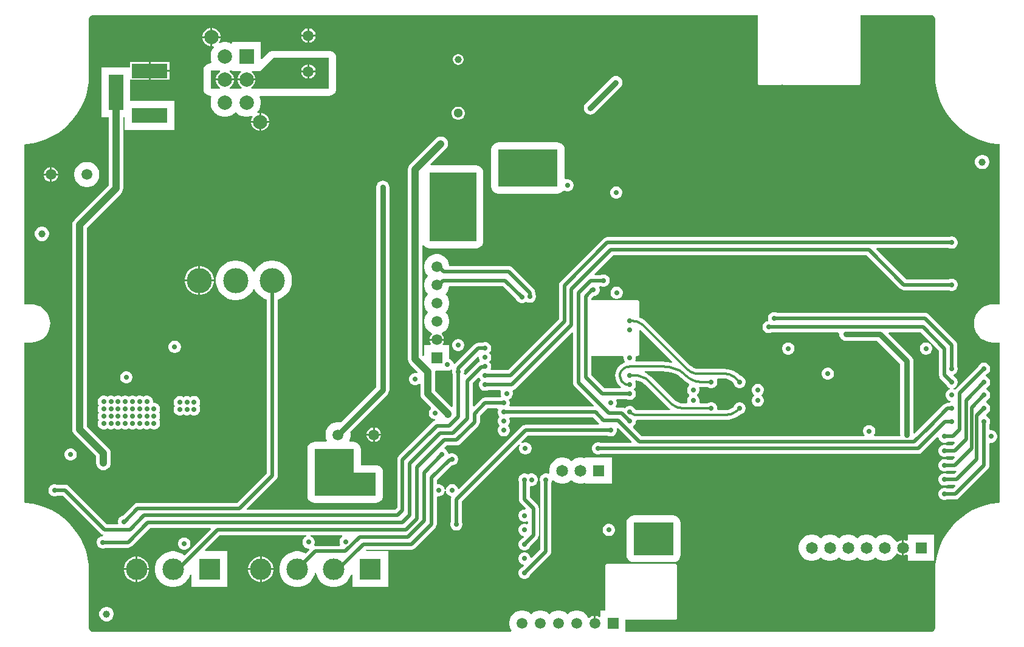
<source format=gbl>
G04*
G04 #@! TF.GenerationSoftware,Altium Limited,Altium Designer,24.5.2 (23)*
G04*
G04 Layer_Physical_Order=4*
G04 Layer_Color=16711680*
%FSLAX25Y25*%
%MOIN*%
G70*
G04*
G04 #@! TF.SameCoordinates,A951430C-DF6E-4BD2-86CD-93E0E7D3D14D*
G04*
G04*
G04 #@! TF.FilePolarity,Positive*
G04*
G01*
G75*
%ADD27C,0.03937*%
%ADD28R,0.05906X0.05906*%
%ADD134C,0.01968*%
%ADD135C,0.01320*%
%ADD137C,0.03150*%
%ADD140C,0.03937*%
%ADD145C,0.06496*%
%ADD146R,0.06496X0.06496*%
%ADD147C,0.05906*%
%ADD148R,0.06496X0.06496*%
%ADD149R,0.05906X0.05906*%
%ADD150C,0.05118*%
%ADD151C,0.13780*%
%ADD152R,0.11811X0.11811*%
%ADD153C,0.11811*%
%ADD154R,0.19685X0.07874*%
%ADD155R,0.07874X0.19685*%
%ADD156C,0.07874*%
%ADD157R,0.07874X0.07874*%
%ADD158C,0.02756*%
%ADD159C,0.02000*%
G36*
X39370Y340312D02*
X404492D01*
Y303150D01*
X404570Y302759D01*
X404791Y302429D01*
X405122Y302208D01*
X405512Y302130D01*
X459646D01*
X460036Y302208D01*
X460367Y302429D01*
X460588Y302759D01*
X460665Y303150D01*
Y340312D01*
X499300D01*
X499315Y340312D01*
X500000Y340312D01*
X500657Y340207D01*
X500672Y340204D01*
X501241Y339824D01*
X501622Y339254D01*
X501625Y339239D01*
X501729Y338583D01*
X501741Y338523D01*
X501741Y337883D01*
X501743Y308057D01*
X501756Y307988D01*
X501736Y307571D01*
X501920Y303834D01*
X502469Y300132D01*
X503378Y296502D01*
X504638Y292979D01*
X506238Y289597D01*
X508162Y286387D01*
X510391Y283381D01*
X512904Y280609D01*
X515677Y278096D01*
X518682Y275867D01*
X521892Y273943D01*
X525275Y272343D01*
X528798Y271082D01*
X532428Y270173D01*
X536129Y269624D01*
X537162Y269573D01*
Y181735D01*
X533465D01*
X533465Y181735D01*
Y181735D01*
X533380Y181719D01*
X531827Y181596D01*
X530231Y181213D01*
X528713Y180585D01*
X527313Y179727D01*
X526064Y178660D01*
X524998Y177411D01*
X524140Y176011D01*
X523511Y174494D01*
X523128Y172897D01*
X522999Y171260D01*
X523128Y169623D01*
X523511Y168026D01*
X524140Y166509D01*
X524998Y165109D01*
X526064Y163860D01*
X527313Y162793D01*
X528713Y161935D01*
X530231Y161307D01*
X531827Y160923D01*
X533380Y160801D01*
X533465Y160784D01*
X537162D01*
Y72948D01*
X536130Y72897D01*
X532429Y72348D01*
X528798Y71439D01*
X525275Y70178D01*
X521892Y68578D01*
X518682Y66654D01*
X515676Y64425D01*
X512903Y61912D01*
X510390Y59139D01*
X508161Y56133D01*
X506237Y52923D01*
X504637Y49540D01*
X503376Y46016D01*
X502467Y42386D01*
X501918Y38685D01*
X501734Y34947D01*
X501755Y34530D01*
X501741Y34461D01*
Y3996D01*
X501729Y3937D01*
X501729D01*
X501625Y3280D01*
X501622Y3265D01*
X501241Y2696D01*
X500672Y2315D01*
X500066Y2195D01*
X500000Y2208D01*
X331961D01*
Y8823D01*
X359252D01*
X359642Y8901D01*
X359973Y9122D01*
X360194Y9452D01*
X360272Y9843D01*
Y38386D01*
X360194Y38776D01*
X359973Y39107D01*
X359642Y39328D01*
X359252Y39405D01*
X321850D01*
X321460Y39328D01*
X321129Y39107D01*
X320908Y38776D01*
X320831Y38386D01*
Y13780D01*
X318181D01*
Y10284D01*
X317534Y10016D01*
X317498Y10053D01*
X316597Y10573D01*
X315591Y10842D01*
X315571D01*
Y6890D01*
X314571D01*
Y10842D01*
X314550D01*
X313545Y10573D01*
X312644Y10053D01*
X312172Y9580D01*
X311365Y9697D01*
X311176Y10153D01*
X310422Y11282D01*
X309463Y12241D01*
X308334Y12995D01*
X307081Y13515D01*
X305749Y13780D01*
X304392D01*
X303061Y13515D01*
X301807Y12995D01*
X300679Y12241D01*
X300071Y11633D01*
X299463Y12241D01*
X298334Y12995D01*
X297080Y13515D01*
X295749Y13780D01*
X294392D01*
X293061Y13515D01*
X291807Y12995D01*
X290679Y12241D01*
X290071Y11633D01*
X289463Y12241D01*
X288334Y12995D01*
X287081Y13515D01*
X285749Y13780D01*
X284392D01*
X283061Y13515D01*
X281807Y12995D01*
X280679Y12241D01*
X280071Y11633D01*
X279463Y12241D01*
X278334Y12995D01*
X277080Y13515D01*
X275749Y13780D01*
X274392D01*
X273061Y13515D01*
X271807Y12995D01*
X270679Y12241D01*
X269719Y11282D01*
X268965Y10153D01*
X268446Y8899D01*
X268181Y7568D01*
Y6211D01*
X268446Y4880D01*
X268965Y3626D01*
X269445Y2908D01*
X269071Y2208D01*
X39370D01*
X39304Y2195D01*
X38698Y2315D01*
X38129Y2696D01*
X37748Y3265D01*
X37745Y3280D01*
X37641Y3937D01*
X37641D01*
X37629Y3996D01*
Y34461D01*
X37615Y34530D01*
X37636Y34947D01*
X37452Y38685D01*
X36903Y42386D01*
X35994Y46016D01*
X34733Y49540D01*
X33133Y52923D01*
X31209Y56133D01*
X28980Y59139D01*
X26467Y61912D01*
X23694Y64425D01*
X20688Y66654D01*
X17478Y68578D01*
X14095Y70178D01*
X10572Y71439D01*
X6942Y72348D01*
X3240Y72897D01*
X2208Y72948D01*
Y160784D01*
X5906D01*
X5906Y160784D01*
Y160784D01*
X5990Y160801D01*
X7543Y160923D01*
X9139Y161307D01*
X10657Y161935D01*
X12057Y162793D01*
X13306Y163860D01*
X14372Y165109D01*
X15230Y166509D01*
X15859Y168026D01*
X16242Y169623D01*
X16371Y171260D01*
X16242Y172897D01*
X15859Y174494D01*
X15230Y176011D01*
X14372Y177411D01*
X13306Y178660D01*
X12057Y179727D01*
X10657Y180585D01*
X9139Y181213D01*
X7543Y181596D01*
X5990Y181719D01*
X5906Y181735D01*
X2196D01*
Y269571D01*
X3240Y269623D01*
X6942Y270172D01*
X10572Y271081D01*
X14095Y272342D01*
X17478Y273942D01*
X20688Y275866D01*
X23694Y278095D01*
X26467Y280608D01*
X28980Y283381D01*
X31209Y286387D01*
X33133Y289597D01*
X34733Y292980D01*
X35994Y296503D01*
X36903Y300133D01*
X37452Y303835D01*
X37636Y307573D01*
X37615Y307990D01*
X37629Y308059D01*
Y338523D01*
X37641Y338583D01*
X37641D01*
X37745Y339239D01*
X37748Y339254D01*
X38129Y339824D01*
X38698Y340205D01*
X39304Y340325D01*
X39370Y340312D01*
D02*
G37*
%LPC*%
G36*
X158501Y333177D02*
X158480D01*
Y329724D01*
X161933D01*
Y329745D01*
X161664Y330750D01*
X161143Y331651D01*
X160407Y332387D01*
X159506Y332908D01*
X158501Y333177D01*
D02*
G37*
G36*
X157480D02*
X157460D01*
X156455Y332908D01*
X155553Y332387D01*
X154817Y331651D01*
X154297Y330750D01*
X154028Y329745D01*
Y329724D01*
X157480D01*
Y333177D01*
D02*
G37*
G36*
X105374Y333283D02*
X105225D01*
Y328846D01*
X109661D01*
Y328996D01*
X109325Y330252D01*
X108675Y331378D01*
X107756Y332297D01*
X106630Y332947D01*
X105374Y333283D01*
D02*
G37*
G36*
X104225D02*
X104074D01*
X102819Y332947D01*
X101693Y332297D01*
X100774Y331378D01*
X100124Y330252D01*
X99787Y328996D01*
Y328846D01*
X104225D01*
Y333283D01*
D02*
G37*
G36*
X161933Y328724D02*
X158480D01*
Y325272D01*
X158501D01*
X159506Y325541D01*
X160407Y326061D01*
X161143Y326797D01*
X161664Y327699D01*
X161933Y328704D01*
Y328724D01*
D02*
G37*
G36*
X157480D02*
X154028D01*
Y328704D01*
X154297Y327699D01*
X154817Y326797D01*
X155553Y326061D01*
X156455Y325541D01*
X157460Y325272D01*
X157480D01*
Y328724D01*
D02*
G37*
G36*
X104225Y327846D02*
X99787D01*
Y327696D01*
X100124Y326441D01*
X100774Y325315D01*
X101693Y324396D01*
X102819Y323746D01*
X104074Y323409D01*
X104225D01*
Y327846D01*
D02*
G37*
G36*
X240548Y319091D02*
X239767D01*
X239012Y318888D01*
X238335Y318497D01*
X237782Y317945D01*
X237391Y317268D01*
X237189Y316513D01*
Y315731D01*
X237391Y314976D01*
X237782Y314299D01*
X238335Y313747D01*
X239012Y313356D01*
X239767Y313154D01*
X240548D01*
X241303Y313356D01*
X241980Y313747D01*
X242533Y314299D01*
X242924Y314976D01*
X243126Y315731D01*
Y316513D01*
X242924Y317268D01*
X242533Y317945D01*
X241980Y318497D01*
X241303Y318888D01*
X240548Y319091D01*
D02*
G37*
G36*
X81709Y314779D02*
X71366D01*
Y310343D01*
X81709D01*
Y314779D01*
D02*
G37*
G36*
Y309343D02*
X71366D01*
Y304906D01*
X81709D01*
Y309343D01*
D02*
G37*
G36*
X326611Y307038D02*
X325687Y306917D01*
X324825Y306560D01*
X324084Y305992D01*
X310090Y291997D01*
X309522Y291257D01*
X309165Y290395D01*
X309043Y289470D01*
X309165Y288545D01*
X309522Y287683D01*
X310090Y286943D01*
X310830Y286375D01*
X311692Y286018D01*
X312617Y285896D01*
X313542Y286018D01*
X314404Y286375D01*
X315144Y286943D01*
X329139Y300937D01*
X329707Y301678D01*
X330064Y302540D01*
X330185Y303465D01*
X330064Y304390D01*
X329707Y305252D01*
X329139Y305992D01*
X328398Y306560D01*
X327537Y306917D01*
X326611Y307038D01*
D02*
G37*
G36*
X240626Y290193D02*
X239689D01*
X238784Y289950D01*
X237972Y289482D01*
X237310Y288819D01*
X236841Y288008D01*
X236598Y287102D01*
Y286165D01*
X236841Y285260D01*
X237310Y284449D01*
X237972Y283786D01*
X238784Y283317D01*
X239689Y283075D01*
X240626D01*
X241531Y283317D01*
X242343Y283786D01*
X243005Y284449D01*
X243474Y285260D01*
X243717Y286165D01*
Y287102D01*
X243474Y288008D01*
X243005Y288819D01*
X242343Y289482D01*
X241531Y289950D01*
X240626Y290193D01*
D02*
G37*
G36*
X132146Y286827D02*
X131996D01*
Y282390D01*
X136433D01*
Y282540D01*
X136097Y283795D01*
X135447Y284921D01*
X134527Y285840D01*
X133402Y286490D01*
X132146Y286827D01*
D02*
G37*
G36*
X109661Y327846D02*
X105225D01*
Y323409D01*
X105374D01*
X105918Y323555D01*
X106280Y322927D01*
X106089Y322736D01*
X105227Y321446D01*
X104633Y320013D01*
X104331Y318492D01*
Y316941D01*
X104633Y315420D01*
X104976Y314592D01*
X104587Y314010D01*
X104331D01*
X103303Y313875D01*
X102345Y313478D01*
X101523Y312847D01*
X100892Y312025D01*
X100495Y311067D01*
X100360Y310039D01*
Y300197D01*
X100495Y299169D01*
X100892Y298211D01*
X101523Y297389D01*
X102345Y296758D01*
X103303Y296361D01*
X104331Y296226D01*
X104587D01*
X104976Y295644D01*
X104633Y294816D01*
X104331Y293295D01*
Y291744D01*
X104633Y290223D01*
X105227Y288790D01*
X106089Y287500D01*
X107185Y286403D01*
X108475Y285542D01*
X109908Y284948D01*
X111429Y284646D01*
X112980D01*
X114502Y284948D01*
X115935Y285542D01*
X117224Y286403D01*
X118110Y287290D01*
X118996Y286403D01*
X120286Y285542D01*
X121719Y284948D01*
X123240Y284646D01*
X124791D01*
X126312Y284948D01*
X126891Y285188D01*
X127379Y284632D01*
X126895Y283795D01*
X126559Y282540D01*
Y282390D01*
X130996D01*
Y286827D01*
X130846D01*
X130303Y286681D01*
X129940Y287309D01*
X130132Y287500D01*
X130994Y288790D01*
X131587Y290223D01*
X131890Y291744D01*
Y293295D01*
X131587Y294816D01*
X131245Y295644D01*
X131633Y296226D01*
X169291D01*
X170319Y296361D01*
X171277Y296758D01*
X172099Y297389D01*
X172730Y298211D01*
X173127Y299169D01*
X173262Y300197D01*
Y316929D01*
X173127Y317957D01*
X172730Y318915D01*
X172099Y319737D01*
X171277Y320368D01*
X170319Y320765D01*
X169291Y320900D01*
X138780D01*
X138779Y320900D01*
X137752Y320765D01*
X136794Y320368D01*
X135972Y319737D01*
X132536Y316302D01*
X131890Y316570D01*
Y325590D01*
X116142D01*
Y325366D01*
X115442Y324899D01*
X114502Y325288D01*
X112980Y325590D01*
X111429D01*
X109908Y325288D01*
X109329Y325048D01*
X108842Y325604D01*
X109325Y326441D01*
X109661Y327696D01*
Y327846D01*
D02*
G37*
G36*
X70366Y314779D02*
X60024D01*
Y311811D01*
X44488D01*
Y284252D01*
X48391D01*
Y246920D01*
X29672Y228202D01*
X29041Y227379D01*
X28645Y226421D01*
X28509Y225394D01*
Y113189D01*
X28645Y112161D01*
X29041Y111204D01*
X29672Y110381D01*
X41607Y98447D01*
Y94717D01*
X41742Y93690D01*
X42139Y92732D01*
X42770Y91910D01*
X43592Y91278D01*
X44550Y90882D01*
X45578Y90746D01*
X46606Y90882D01*
X47563Y91278D01*
X48386Y91910D01*
X49017Y92732D01*
X49413Y93690D01*
X49549Y94717D01*
Y100092D01*
X49413Y101119D01*
X49017Y102077D01*
X48386Y102899D01*
X36451Y114834D01*
Y223749D01*
X55170Y242468D01*
X55801Y243290D01*
X56198Y244248D01*
X56333Y245276D01*
Y284252D01*
X57087D01*
Y277559D01*
X84646D01*
Y293307D01*
X60236D01*
Y304906D01*
X70366D01*
Y309842D01*
Y314779D01*
D02*
G37*
G36*
X136433Y281390D02*
X131996D01*
Y276953D01*
X132146D01*
X133402Y277289D01*
X134527Y277939D01*
X135447Y278858D01*
X136097Y279984D01*
X136433Y281240D01*
Y281390D01*
D02*
G37*
G36*
X130996D02*
X126559D01*
Y281240D01*
X126895Y279984D01*
X127545Y278858D01*
X128465Y277939D01*
X129590Y277289D01*
X130846Y276953D01*
X130996D01*
Y281390D01*
D02*
G37*
G36*
X528077Y263779D02*
X527041D01*
X526039Y263511D01*
X525142Y262993D01*
X524409Y262260D01*
X523890Y261362D01*
X523622Y260361D01*
Y259324D01*
X523890Y258323D01*
X524409Y257425D01*
X525142Y256692D01*
X526039Y256174D01*
X527041Y255906D01*
X528077D01*
X529079Y256174D01*
X529976Y256692D01*
X530709Y257425D01*
X531228Y258323D01*
X531496Y259324D01*
Y260361D01*
X531228Y261362D01*
X530709Y262260D01*
X529976Y262993D01*
X529079Y263511D01*
X528077Y263779D01*
D02*
G37*
G36*
X17253Y256906D02*
X17232D01*
Y253453D01*
X20685D01*
Y253473D01*
X20416Y254479D01*
X19895Y255380D01*
X19159Y256116D01*
X18258Y256636D01*
X17253Y256906D01*
D02*
G37*
G36*
X16232D02*
X16212D01*
X15207Y256636D01*
X14305Y256116D01*
X13569Y255380D01*
X13049Y254479D01*
X12779Y253473D01*
Y253453D01*
X16232D01*
Y256906D01*
D02*
G37*
G36*
X20685Y252453D02*
X17232D01*
Y249000D01*
X17253D01*
X18258Y249269D01*
X19159Y249790D01*
X19895Y250526D01*
X20416Y251427D01*
X20685Y252432D01*
Y252453D01*
D02*
G37*
G36*
X16232D02*
X12779D01*
Y252432D01*
X13049Y251427D01*
X13569Y250526D01*
X14305Y249790D01*
X15207Y249269D01*
X16212Y249000D01*
X16232D01*
Y252453D01*
D02*
G37*
G36*
X37096Y259842D02*
X35739D01*
X34408Y259578D01*
X33154Y259058D01*
X32025Y258304D01*
X31066Y257345D01*
X30312Y256216D01*
X29792Y254962D01*
X29528Y253631D01*
Y252274D01*
X29792Y250943D01*
X30312Y249689D01*
X31066Y248561D01*
X32025Y247601D01*
X33154Y246847D01*
X34408Y246328D01*
X35739Y246063D01*
X37096D01*
X38427Y246328D01*
X39681Y246847D01*
X40809Y247601D01*
X41769Y248561D01*
X42523Y249689D01*
X43042Y250943D01*
X43307Y252274D01*
Y253631D01*
X43042Y254962D01*
X42523Y256216D01*
X41769Y257345D01*
X40809Y258304D01*
X39681Y259058D01*
X38427Y259578D01*
X37096Y259842D01*
D02*
G37*
G36*
X294617Y270703D02*
X262189D01*
X261161Y270568D01*
X260204Y270171D01*
X259381Y269540D01*
X258750Y268718D01*
X258353Y267760D01*
X258218Y266732D01*
Y246441D01*
X258353Y245413D01*
X258750Y244456D01*
X259381Y243633D01*
X260204Y243002D01*
X261161Y242605D01*
X262189Y242470D01*
X294617D01*
X295644Y242605D01*
X296602Y243002D01*
X297425Y243633D01*
X297626Y243896D01*
X298142Y244369D01*
X298905Y243929D01*
X299756Y243701D01*
X300637D01*
X301488Y243929D01*
X302252Y244369D01*
X302875Y244992D01*
X303315Y245756D01*
X303543Y246607D01*
Y247488D01*
X303315Y248339D01*
X302875Y249102D01*
X302252Y249725D01*
X301488Y250166D01*
X300637Y250394D01*
X299756D01*
X299288Y250268D01*
X298588Y250737D01*
Y266732D01*
X298452Y267760D01*
X298056Y268718D01*
X297425Y269540D01*
X296602Y270171D01*
X295644Y270568D01*
X294617Y270703D01*
D02*
G37*
G36*
X327289Y246501D02*
X326408D01*
X325557Y246273D01*
X324794Y245833D01*
X324171Y245210D01*
X323730Y244446D01*
X323502Y243595D01*
Y242714D01*
X323730Y241863D01*
X324171Y241100D01*
X324794Y240477D01*
X325557Y240036D01*
X326408Y239808D01*
X327289D01*
X328140Y240036D01*
X328903Y240477D01*
X329526Y241100D01*
X329967Y241863D01*
X330195Y242714D01*
Y243595D01*
X329967Y244446D01*
X329526Y245210D01*
X328903Y245833D01*
X328140Y246273D01*
X327289Y246501D01*
D02*
G37*
G36*
X12329Y224409D02*
X11293D01*
X10291Y224141D01*
X9394Y223623D01*
X8661Y222890D01*
X8142Y221992D01*
X7874Y220991D01*
Y219954D01*
X8142Y218953D01*
X8661Y218055D01*
X9394Y217322D01*
X10291Y216804D01*
X11293Y216535D01*
X12329D01*
X13331Y216804D01*
X14228Y217322D01*
X14961Y218055D01*
X15480Y218953D01*
X15748Y219954D01*
Y220991D01*
X15480Y221992D01*
X14961Y222890D01*
X14228Y223623D01*
X13331Y224141D01*
X12329Y224409D01*
D02*
G37*
G36*
X230650Y273867D02*
X229622Y273732D01*
X228664Y273335D01*
X227842Y272704D01*
X213727Y258590D01*
X213096Y257767D01*
X212700Y256809D01*
X212564Y255782D01*
Y151575D01*
X212700Y150547D01*
X213096Y149589D01*
X213727Y148767D01*
X217931Y144563D01*
X217569Y143936D01*
X216976Y144095D01*
X216095D01*
X215244Y143866D01*
X214481Y143426D01*
X213858Y142803D01*
X213417Y142040D01*
X213189Y141189D01*
Y140307D01*
X213417Y139456D01*
X213858Y138693D01*
X214481Y138070D01*
X215244Y137630D01*
X216095Y137402D01*
X216976D01*
X217827Y137630D01*
X218590Y138070D01*
X218754Y138234D01*
X219454Y137944D01*
Y132874D01*
X219590Y131846D01*
X219986Y130888D01*
X220617Y130066D01*
X225273Y125411D01*
X225138Y124556D01*
X224684Y124102D01*
X224244Y123339D01*
X224016Y122488D01*
Y121607D01*
X224244Y120756D01*
X224684Y119992D01*
X225307Y119369D01*
X226070Y118929D01*
X226922Y118701D01*
X227437D01*
X227576Y118034D01*
X226857Y117737D01*
X226240Y117263D01*
X207540Y98563D01*
X207066Y97946D01*
X206769Y97228D01*
X206667Y96457D01*
Y70131D01*
X205459Y68923D01*
X124362D01*
X124094Y69570D01*
X140216Y85692D01*
X140690Y86309D01*
X140987Y87027D01*
X141088Y87798D01*
Y184466D01*
X142266Y184848D01*
X143785Y185622D01*
X145163Y186624D01*
X146368Y187829D01*
X147370Y189207D01*
X148144Y190726D01*
X148670Y192347D01*
X148937Y194030D01*
Y195734D01*
X148670Y197417D01*
X148144Y199038D01*
X147370Y200556D01*
X146368Y201935D01*
X145163Y203140D01*
X143785Y204142D01*
X142266Y204915D01*
X140646Y205442D01*
X138962Y205709D01*
X137258D01*
X135575Y205442D01*
X133954Y204915D01*
X132436Y204142D01*
X131057Y203140D01*
X129852Y201935D01*
X128850Y200556D01*
X128460Y199791D01*
X127760D01*
X127370Y200556D01*
X126368Y201935D01*
X125163Y203140D01*
X123785Y204142D01*
X122266Y204915D01*
X120645Y205442D01*
X118962Y205709D01*
X117258D01*
X115575Y205442D01*
X113954Y204915D01*
X112436Y204142D01*
X111057Y203140D01*
X109852Y201935D01*
X108850Y200556D01*
X108077Y199038D01*
X107550Y197417D01*
X107283Y195734D01*
Y194030D01*
X107550Y192347D01*
X108077Y190726D01*
X108850Y189207D01*
X109852Y187829D01*
X111057Y186624D01*
X112436Y185622D01*
X113954Y184848D01*
X115575Y184322D01*
X117258Y184055D01*
X118962D01*
X120645Y184322D01*
X122266Y184848D01*
X123785Y185622D01*
X125163Y186624D01*
X126368Y187829D01*
X127370Y189207D01*
X127760Y189973D01*
X128460D01*
X128850Y189207D01*
X129852Y187829D01*
X131057Y186624D01*
X132436Y185622D01*
X133954Y184848D01*
X135132Y184466D01*
Y89032D01*
X118845Y72745D01*
X64280D01*
X63509Y72643D01*
X62791Y72346D01*
X62174Y71872D01*
X56082Y65780D01*
X55653Y65666D01*
X54890Y65225D01*
X54267Y64602D01*
X53826Y63839D01*
X53598Y62988D01*
Y62107D01*
X53694Y61749D01*
X53170Y61049D01*
X47493D01*
X26712Y81830D01*
X26095Y82304D01*
X25377Y82601D01*
X24606Y82703D01*
X20235D01*
X19993Y82843D01*
X19141Y83071D01*
X18260D01*
X17409Y82843D01*
X16646Y82402D01*
X16023Y81779D01*
X15582Y81016D01*
X15354Y80165D01*
Y79284D01*
X15582Y78433D01*
X16023Y77670D01*
X16646Y77047D01*
X17409Y76606D01*
X18260Y76378D01*
X19141D01*
X19993Y76606D01*
X20235Y76746D01*
X23373D01*
X44154Y55965D01*
X44771Y55492D01*
X45338Y55257D01*
X45198Y54557D01*
X44864D01*
X44013Y54329D01*
X43250Y53888D01*
X42627Y53265D01*
X42186Y52502D01*
X41958Y51651D01*
Y50770D01*
X42186Y49919D01*
X42627Y49156D01*
X43250Y48533D01*
X44013Y48092D01*
X44864Y47864D01*
X45746D01*
X46597Y48092D01*
X46839Y48232D01*
X59084D01*
X59855Y48334D01*
X60574Y48631D01*
X61190Y49104D01*
X71115Y59030D01*
X104100D01*
X104368Y58383D01*
X89992Y44007D01*
X89936Y44063D01*
X88324Y45140D01*
X86532Y45882D01*
X84631Y46260D01*
X82692D01*
X80791Y45882D01*
X78999Y45140D01*
X77387Y44063D01*
X76016Y42692D01*
X74939Y41080D01*
X74197Y39288D01*
X73819Y37387D01*
Y35448D01*
X74197Y33546D01*
X74939Y31755D01*
X76016Y30143D01*
X77387Y28772D01*
X78999Y27695D01*
X80791Y26953D01*
X82692Y26575D01*
X84631D01*
X86532Y26953D01*
X88324Y27695D01*
X89936Y28772D01*
X91307Y30143D01*
X92384Y31755D01*
X93126Y33546D01*
X93819Y33443D01*
Y26575D01*
X113504D01*
Y46260D01*
X101583D01*
X101315Y46907D01*
X109501Y55093D01*
X156741D01*
X156834Y54393D01*
X156722Y54363D01*
X155959Y53922D01*
X155336Y53299D01*
X154895Y52536D01*
X154667Y51685D01*
Y50804D01*
X154895Y49953D01*
X155336Y49189D01*
X155959Y48566D01*
X156722Y48126D01*
X157573Y47898D01*
X158168D01*
X158461Y47201D01*
X156445Y45184D01*
X154761Y45882D01*
X152859Y46260D01*
X150920D01*
X149019Y45882D01*
X147228Y45140D01*
X145615Y44063D01*
X144245Y42692D01*
X143167Y41080D01*
X142426Y39288D01*
X142047Y37387D01*
Y35448D01*
X142426Y33546D01*
X143167Y31755D01*
X144245Y30143D01*
X145615Y28772D01*
X147228Y27695D01*
X149019Y26953D01*
X150920Y26575D01*
X152859D01*
X154761Y26953D01*
X156552Y27695D01*
X158164Y28772D01*
X159535Y30143D01*
X160612Y31755D01*
X161354Y33546D01*
X161533Y34446D01*
X162247D01*
X162425Y33546D01*
X163167Y31755D01*
X164245Y30143D01*
X165615Y28772D01*
X167228Y27695D01*
X169019Y26953D01*
X170920Y26575D01*
X172859D01*
X174761Y26953D01*
X176552Y27695D01*
X178164Y28772D01*
X179535Y30143D01*
X180612Y31755D01*
X181354Y33546D01*
X182047Y33443D01*
Y26575D01*
X201732D01*
Y46260D01*
X189668D01*
X189320Y46960D01*
X189516Y47219D01*
X214567D01*
X215338Y47320D01*
X216056Y47618D01*
X216673Y48091D01*
X227500Y58918D01*
X227500Y58918D01*
X227973Y59535D01*
X228270Y60253D01*
X228372Y61024D01*
Y75980D01*
X228890Y76378D01*
X229771D01*
X230622Y76606D01*
X231385Y77047D01*
X232009Y77670D01*
X232449Y78433D01*
X232677Y79284D01*
Y79388D01*
X233369Y79409D01*
X233597Y78557D01*
X234037Y77794D01*
X234660Y77171D01*
X235423Y76731D01*
X235971Y76584D01*
X236366Y75954D01*
X236391Y75803D01*
X236297Y75574D01*
X236195Y74803D01*
Y62558D01*
X236055Y62315D01*
X235827Y61464D01*
Y60583D01*
X236055Y59732D01*
X236495Y58969D01*
X237119Y58346D01*
X237882Y57905D01*
X238733Y57677D01*
X239614D01*
X240465Y57905D01*
X241228Y58346D01*
X241851Y58969D01*
X242292Y59732D01*
X242520Y60583D01*
Y61464D01*
X242292Y62315D01*
X242151Y62558D01*
Y73570D01*
X273648Y105066D01*
X274208Y104636D01*
X273866Y104044D01*
X273638Y103192D01*
Y102311D01*
X273866Y101460D01*
X274306Y100697D01*
X274929Y100074D01*
X275693Y99634D01*
X276544Y99405D01*
X277425D01*
X278276Y99634D01*
X279039Y100074D01*
X279662Y100697D01*
X280103Y101460D01*
X280331Y102311D01*
Y103192D01*
X280103Y104044D01*
X279662Y104807D01*
X279039Y105430D01*
X278276Y105870D01*
X277425Y106098D01*
X276544D01*
X275693Y105870D01*
X275100Y105528D01*
X274671Y106089D01*
X278281Y109699D01*
X322284D01*
X322527Y109559D01*
X323378Y109331D01*
X324259D01*
X325111Y109559D01*
X325874Y109999D01*
X326497Y110622D01*
X326937Y111386D01*
X327165Y112237D01*
Y113118D01*
X327026Y113638D01*
X327653Y114001D01*
X335277Y106377D01*
X335010Y105730D01*
X318464D01*
X318221Y105870D01*
X317370Y106098D01*
X316489D01*
X315637Y105870D01*
X314874Y105430D01*
X314251Y104807D01*
X313811Y104044D01*
X313583Y103192D01*
Y102311D01*
X313811Y101460D01*
X314251Y100697D01*
X314874Y100074D01*
X315637Y99634D01*
X316489Y99405D01*
X317370D01*
X318221Y99634D01*
X318464Y99774D01*
X492516D01*
X493287Y99875D01*
X494005Y100173D01*
X494622Y100646D01*
X502907Y108931D01*
X503593Y108627D01*
X503771Y107960D01*
X504212Y107197D01*
X504835Y106574D01*
X505598Y106134D01*
X506449Y105905D01*
X507330D01*
X508181Y106134D01*
X508424Y106274D01*
X511379D01*
X512149Y106375D01*
X512264Y106423D01*
X512661Y105829D01*
X511188Y104356D01*
X508424D01*
X508181Y104496D01*
X507330Y104724D01*
X506449D01*
X505598Y104496D01*
X504835Y104056D01*
X504212Y103433D01*
X503771Y102670D01*
X503543Y101819D01*
Y100937D01*
X503771Y100086D01*
X504212Y99323D01*
X504835Y98700D01*
X505598Y98260D01*
X506449Y98032D01*
X507330D01*
X508181Y98260D01*
X508424Y98400D01*
X512194D01*
X512481Y97835D01*
X512494Y97711D01*
X511266Y96482D01*
X508424D01*
X508181Y96622D01*
X507330Y96850D01*
X506449D01*
X505598Y96622D01*
X504835Y96182D01*
X504212Y95559D01*
X503771Y94796D01*
X503543Y93945D01*
Y93063D01*
X503771Y92212D01*
X504212Y91449D01*
X504835Y90826D01*
X505598Y90386D01*
X506449Y90158D01*
X507330D01*
X508181Y90386D01*
X508424Y90526D01*
X512500D01*
X513209Y90619D01*
X513264Y90567D01*
X513416Y89836D01*
X512188Y88608D01*
X508424D01*
X508181Y88748D01*
X507330Y88976D01*
X506449D01*
X505598Y88748D01*
X504835Y88308D01*
X504212Y87685D01*
X503771Y86922D01*
X503543Y86071D01*
Y85189D01*
X503771Y84338D01*
X504212Y83575D01*
X504835Y82952D01*
X505598Y82512D01*
X506449Y82284D01*
X507330D01*
X508181Y82512D01*
X508424Y82652D01*
X512531D01*
X512821Y81952D01*
X511604Y80734D01*
X508424D01*
X508181Y80874D01*
X507330Y81102D01*
X506449D01*
X505598Y80874D01*
X504835Y80434D01*
X504212Y79811D01*
X503771Y79048D01*
X503543Y78197D01*
Y77315D01*
X503771Y76464D01*
X504212Y75701D01*
X504835Y75078D01*
X505598Y74638D01*
X506449Y74410D01*
X507330D01*
X508181Y74638D01*
X508424Y74778D01*
X512837D01*
X513608Y74879D01*
X514326Y75177D01*
X514943Y75650D01*
X530649Y91356D01*
X530649Y91356D01*
X531122Y91973D01*
X531420Y92691D01*
X531522Y93462D01*
Y105496D01*
X532056Y105905D01*
X532937D01*
X533788Y106134D01*
X534551Y106574D01*
X535174Y107197D01*
X535614Y107960D01*
X535843Y108811D01*
Y109693D01*
X535614Y110544D01*
X535174Y111307D01*
X534551Y111930D01*
X533788Y112370D01*
X532937Y112598D01*
X532056D01*
X531522Y113008D01*
Y115973D01*
X531662Y116216D01*
X531890Y117067D01*
Y117948D01*
X531662Y118799D01*
X531221Y119563D01*
X530598Y120186D01*
X529835Y120626D01*
X529749Y120649D01*
X529713Y120783D01*
X529835Y121527D01*
X530598Y121968D01*
X531221Y122591D01*
X531662Y123354D01*
X531890Y124205D01*
Y125086D01*
X531662Y125937D01*
X531221Y126700D01*
X530598Y127323D01*
X529835Y127764D01*
X529674Y128489D01*
X529835Y128854D01*
X530598Y129295D01*
X531221Y129918D01*
X531662Y130681D01*
X531890Y131532D01*
Y132413D01*
X531662Y133264D01*
X531221Y134027D01*
X530598Y134650D01*
X529835Y135091D01*
X529740Y135431D01*
X529835Y135901D01*
X530598Y136342D01*
X531221Y136965D01*
X531662Y137728D01*
X531890Y138579D01*
Y139460D01*
X531662Y140311D01*
X531221Y141075D01*
X530598Y141698D01*
X529835Y142138D01*
X529809Y142145D01*
X529545Y142883D01*
X529835Y143346D01*
X530598Y143787D01*
X531221Y144410D01*
X531662Y145173D01*
X531890Y146024D01*
Y146905D01*
X531662Y147756D01*
X531221Y148519D01*
X530598Y149142D01*
X529835Y149583D01*
X528984Y149811D01*
X528103D01*
X527252Y149583D01*
X526488Y149142D01*
X525866Y148519D01*
X525425Y147756D01*
X525352Y147485D01*
X513194Y135327D01*
X512738Y134733D01*
X512118Y135091D01*
X511958Y135134D01*
Y135858D01*
X512118Y135901D01*
X512882Y136342D01*
X513505Y136965D01*
X513945Y137728D01*
X514173Y138579D01*
Y139460D01*
X513945Y140311D01*
X513505Y141075D01*
X512882Y141698D01*
X512118Y142138D01*
X511829Y142601D01*
X512093Y143339D01*
X512118Y143346D01*
X512882Y143787D01*
X513505Y144410D01*
X513945Y145173D01*
X514173Y146024D01*
Y146905D01*
X513945Y147756D01*
X513805Y147999D01*
Y159449D01*
X513805Y159449D01*
X513703Y160220D01*
X513406Y160938D01*
X512933Y161555D01*
X498169Y176319D01*
X497552Y176792D01*
X496834Y177089D01*
X496063Y177191D01*
X414920D01*
X414677Y177331D01*
X413826Y177559D01*
X412945D01*
X412094Y177331D01*
X411331Y176890D01*
X410708Y176267D01*
X410267Y175504D01*
X410039Y174653D01*
Y173772D01*
X410156Y173338D01*
X410023Y172770D01*
X409672Y172552D01*
X409141Y172410D01*
X408378Y171969D01*
X407755Y171346D01*
X407315Y170583D01*
X407087Y169732D01*
Y168851D01*
X407315Y168000D01*
X407755Y167237D01*
X408378Y166613D01*
X409141Y166173D01*
X409993Y165945D01*
X410874D01*
X411725Y166173D01*
X411968Y166313D01*
X448602D01*
X449216Y165613D01*
X449182Y165354D01*
X449304Y164429D01*
X449661Y163567D01*
X450229Y162827D01*
X450969Y162259D01*
X451831Y161902D01*
X452756Y161781D01*
X469976D01*
X482647Y149110D01*
Y110236D01*
X482681Y109977D01*
X482067Y109277D01*
X468347D01*
X468056Y109977D01*
X468229Y110150D01*
X468670Y110913D01*
X468898Y111764D01*
Y112645D01*
X468670Y113496D01*
X468229Y114260D01*
X467606Y114883D01*
X466843Y115323D01*
X465992Y115551D01*
X465111D01*
X464259Y115323D01*
X463496Y114883D01*
X462873Y114260D01*
X462433Y113496D01*
X462205Y112645D01*
Y111764D01*
X462433Y110913D01*
X462873Y110150D01*
X463046Y109977D01*
X462756Y109277D01*
X340801D01*
X336041Y114037D01*
X336156Y114912D01*
X336307Y114999D01*
X336930Y115622D01*
X337370Y116385D01*
X337598Y117237D01*
Y117746D01*
X338112Y118352D01*
X338244Y118412D01*
X386657D01*
Y118395D01*
X388639Y118551D01*
X390572Y119015D01*
X392408Y119776D01*
X394103Y120815D01*
X394776Y121390D01*
X394913D01*
X395764Y121618D01*
X396527Y122058D01*
X397150Y122681D01*
X397591Y123444D01*
X397819Y124296D01*
Y125177D01*
X397591Y126028D01*
X397150Y126791D01*
X396527Y127414D01*
X395764Y127855D01*
X394913Y128083D01*
X394032D01*
X393181Y127855D01*
X392418Y127414D01*
X391795Y126791D01*
X391354Y126028D01*
X391154Y125282D01*
X390744Y124946D01*
X389472Y124266D01*
X388092Y123847D01*
X386692Y123709D01*
X386657Y123714D01*
X382703D01*
X382277Y124269D01*
X382283Y124296D01*
Y125177D01*
X382055Y126028D01*
X381615Y126791D01*
X380992Y127414D01*
X380229Y127855D01*
X379378Y128083D01*
X378496D01*
X377645Y127855D01*
X376882Y127414D01*
X376856Y127387D01*
X372830D01*
X372331Y128087D01*
X372441Y128496D01*
Y129378D01*
X372213Y130229D01*
X371772Y130992D01*
X371313Y131451D01*
X371212Y131890D01*
X371313Y132328D01*
X371772Y132788D01*
X372213Y133551D01*
X372441Y134402D01*
Y135283D01*
X372273Y135911D01*
X372686Y136580D01*
X373835Y136490D01*
X373835Y136490D01*
X374535Y136514D01*
X376856D01*
X376882Y136487D01*
X377645Y136047D01*
X378496Y135819D01*
X379378D01*
X380229Y136047D01*
X380992Y136487D01*
X381615Y137111D01*
X382055Y137874D01*
X382283Y138725D01*
Y139606D01*
X382084Y140350D01*
X382416Y141050D01*
X385795D01*
X385830Y141054D01*
X387230Y140916D01*
X388610Y140498D01*
X389882Y139818D01*
X390970Y138925D01*
X390991Y138897D01*
X391126Y138762D01*
Y138725D01*
X391354Y137874D01*
X391795Y137111D01*
X392418Y136487D01*
X393181Y136047D01*
X394032Y135819D01*
X394913D01*
X395764Y136047D01*
X396527Y136487D01*
X397150Y137111D01*
X397591Y137874D01*
X397819Y138725D01*
Y139606D01*
X397591Y140457D01*
X397150Y141220D01*
X396527Y141843D01*
X395764Y142284D01*
X395344Y142396D01*
X394752Y142658D01*
X394752D01*
X393241Y143949D01*
X391546Y144988D01*
X389709Y145748D01*
X387776Y146212D01*
X385795Y146368D01*
Y146352D01*
X372252D01*
X372217Y146347D01*
X370817Y146485D01*
X369437Y146904D01*
X368165Y147584D01*
X367575Y148068D01*
X367056Y148504D01*
X366574Y148987D01*
X343937Y171623D01*
X343949Y171634D01*
X342438Y172925D01*
X340743Y173964D01*
X339602Y174436D01*
Y183071D01*
X339525Y183461D01*
X339304Y183792D01*
X338973Y184013D01*
X338583Y184090D01*
X313019D01*
X313018Y184791D01*
X314507Y186280D01*
X314751D01*
X315602Y186508D01*
X316366Y186948D01*
X316989Y187572D01*
X317429Y188335D01*
X317657Y189186D01*
Y190067D01*
X317429Y190918D01*
X317340Y191072D01*
X317745Y191772D01*
X318576D01*
X318590Y191763D01*
X319441Y191535D01*
X320322D01*
X321174Y191763D01*
X321937Y192204D01*
X322560Y192827D01*
X323000Y193590D01*
X323228Y194441D01*
Y195323D01*
X323000Y196174D01*
X322560Y196937D01*
X321937Y197560D01*
X321174Y198000D01*
X320322Y198228D01*
X319441D01*
X318590Y198000D01*
X318119Y197728D01*
X315059D01*
X314791Y198375D01*
X325052Y208636D01*
X464318D01*
X482512Y190441D01*
X483129Y189968D01*
X483847Y189671D01*
X484618Y189569D01*
X509292D01*
X509535Y189429D01*
X510386Y189201D01*
X511267D01*
X512118Y189429D01*
X512882Y189869D01*
X513505Y190492D01*
X513945Y191256D01*
X514173Y192107D01*
Y192988D01*
X513945Y193839D01*
X513505Y194602D01*
X512882Y195225D01*
X512118Y195666D01*
X511267Y195894D01*
X510386D01*
X509535Y195666D01*
X509292Y195526D01*
X485852D01*
X469404Y211974D01*
X469672Y212620D01*
X509292D01*
X509535Y212480D01*
X510386Y212252D01*
X511267D01*
X512118Y212480D01*
X512882Y212921D01*
X513505Y213544D01*
X513945Y214307D01*
X514173Y215158D01*
Y216039D01*
X513945Y216890D01*
X513505Y217653D01*
X512882Y218276D01*
X512118Y218717D01*
X511267Y218945D01*
X510386D01*
X509535Y218717D01*
X509292Y218577D01*
X321898D01*
X321898Y218577D01*
X321127Y218475D01*
X320409Y218178D01*
X319792Y217704D01*
X296406Y194318D01*
X295933Y193702D01*
X295635Y192983D01*
X295534Y192213D01*
Y173599D01*
X267590Y145655D01*
X258318D01*
X257968Y146262D01*
X258040Y146386D01*
X258268Y147237D01*
Y148118D01*
X258040Y148969D01*
X257599Y149732D01*
X257154Y150177D01*
X257599Y150622D01*
X258040Y151385D01*
X258268Y152237D01*
Y153118D01*
X258040Y153969D01*
X257599Y154732D01*
X257154Y155177D01*
X257599Y155622D01*
X258040Y156386D01*
X258268Y157237D01*
Y158118D01*
X258040Y158969D01*
X257599Y159732D01*
X256976Y160355D01*
X256213Y160796D01*
X255362Y161024D01*
X254481D01*
X253630Y160796D01*
X253387Y160655D01*
X251181D01*
X251181Y160655D01*
X250410Y160554D01*
X249692Y160256D01*
X249075Y159783D01*
X249075Y159783D01*
X238298Y149006D01*
X238041Y149027D01*
X237551Y149240D01*
X237370Y149914D01*
X236930Y150677D01*
X236307Y151300D01*
X235544Y151741D01*
X235236Y151823D01*
Y159291D01*
X231741D01*
X231473Y159938D01*
X231509Y159975D01*
X232030Y160876D01*
X232299Y161881D01*
Y161901D01*
X228346D01*
X224394D01*
Y161881D01*
X224663Y160876D01*
X225184Y159975D01*
X225220Y159938D01*
X224952Y159291D01*
X221457D01*
Y153687D01*
X220757Y153338D01*
X220506Y153527D01*
Y214005D01*
X221206Y214243D01*
X221602Y213727D01*
X222424Y213096D01*
X223382Y212700D01*
X224410Y212564D01*
X250000D01*
X251028Y212700D01*
X251986Y213096D01*
X252808Y213727D01*
X253439Y214550D01*
X253836Y215508D01*
X253971Y216535D01*
Y253937D01*
X253836Y254965D01*
X253439Y255923D01*
X252808Y256745D01*
X251986Y257376D01*
X251028Y257773D01*
X250000Y257908D01*
X225268D01*
X224977Y258608D01*
X233457Y267088D01*
X234088Y267910D01*
X234485Y268868D01*
X234621Y269896D01*
X234485Y270924D01*
X234088Y271881D01*
X233457Y272704D01*
X232635Y273335D01*
X231677Y273732D01*
X230650Y273867D01*
D02*
G37*
G36*
X98887Y202772D02*
X98610D01*
Y195382D01*
X106000D01*
Y195659D01*
X105697Y197183D01*
X105102Y198619D01*
X104239Y199911D01*
X103140Y201010D01*
X101848Y201874D01*
X100412Y202468D01*
X98887Y202772D01*
D02*
G37*
G36*
X97610D02*
X97333D01*
X95809Y202468D01*
X94373Y201874D01*
X93081Y201010D01*
X91982Y199911D01*
X91118Y198619D01*
X90524Y197183D01*
X90220Y195659D01*
Y195382D01*
X97610D01*
Y202772D01*
D02*
G37*
G36*
X106000Y194382D02*
X98610D01*
Y186992D01*
X98887D01*
X100412Y187295D01*
X101848Y187890D01*
X103140Y188753D01*
X104239Y189852D01*
X105102Y191145D01*
X105697Y192580D01*
X106000Y194105D01*
Y194382D01*
D02*
G37*
G36*
X97610D02*
X90220D01*
Y194105D01*
X90524Y192580D01*
X91118Y191145D01*
X91982Y189852D01*
X93081Y188753D01*
X94373Y187890D01*
X95809Y187295D01*
X97333Y186992D01*
X97610D01*
Y194382D01*
D02*
G37*
G36*
X327463Y191503D02*
X326582D01*
X325731Y191275D01*
X324968Y190834D01*
X324345Y190211D01*
X323904Y189448D01*
X323676Y188597D01*
Y187716D01*
X323904Y186864D01*
X324345Y186101D01*
X324968Y185478D01*
X325731Y185038D01*
X326582Y184810D01*
X327463D01*
X328314Y185038D01*
X329078Y185478D01*
X329700Y186101D01*
X330141Y186864D01*
X330369Y187716D01*
Y188597D01*
X330141Y189448D01*
X329700Y190211D01*
X329078Y190834D01*
X328314Y191275D01*
X327463Y191503D01*
D02*
G37*
G36*
X229025Y209291D02*
X227668D01*
X226337Y209027D01*
X225083Y208507D01*
X223955Y207753D01*
X222995Y206793D01*
X222241Y205665D01*
X221722Y204411D01*
X221457Y203080D01*
Y201723D01*
X221722Y200392D01*
X222241Y199138D01*
X222995Y198010D01*
X223603Y197402D01*
X222995Y196793D01*
X222241Y195665D01*
X221722Y194411D01*
X221457Y193080D01*
Y191723D01*
X221722Y190392D01*
X222241Y189138D01*
X222995Y188010D01*
X223603Y187402D01*
X222995Y186793D01*
X222241Y185665D01*
X221722Y184411D01*
X221457Y183080D01*
Y181723D01*
X221722Y180392D01*
X222241Y179138D01*
X222995Y178010D01*
X223603Y177402D01*
X222995Y176794D01*
X222241Y175665D01*
X221722Y174411D01*
X221457Y173080D01*
Y171723D01*
X221722Y170392D01*
X222241Y169138D01*
X222995Y168010D01*
X223955Y167050D01*
X225083Y166296D01*
X225539Y166107D01*
X225656Y165301D01*
X225184Y164829D01*
X224663Y163927D01*
X224394Y162922D01*
Y162901D01*
X228346D01*
X232299D01*
Y162922D01*
X232030Y163927D01*
X231509Y164829D01*
X231037Y165301D01*
X231154Y166107D01*
X231610Y166296D01*
X232738Y167050D01*
X233698Y168010D01*
X234452Y169138D01*
X234971Y170392D01*
X235236Y171723D01*
Y173080D01*
X234971Y174411D01*
X234452Y175665D01*
X233698Y176794D01*
X233090Y177402D01*
X233698Y178010D01*
X234452Y179138D01*
X234971Y180392D01*
X235236Y181723D01*
Y183080D01*
X234971Y184411D01*
X234452Y185665D01*
X233698Y186793D01*
X233090Y187402D01*
X233698Y188010D01*
X234452Y189138D01*
X234971Y190392D01*
X235236Y191723D01*
Y191904D01*
X264681D01*
X271895Y184690D01*
X271967Y184419D01*
X272408Y183656D01*
X273031Y183033D01*
X273794Y182592D01*
X274645Y182364D01*
X275526D01*
X276377Y182592D01*
X277140Y183033D01*
X277463Y183356D01*
X277473Y183346D01*
X278236Y182905D01*
X279087Y182677D01*
X279968D01*
X280819Y182905D01*
X281582Y183346D01*
X282205Y183969D01*
X282646Y184732D01*
X282874Y185583D01*
Y186464D01*
X282646Y187315D01*
X282396Y187748D01*
Y188102D01*
X282295Y188873D01*
X281997Y189591D01*
X281524Y190208D01*
X281524Y190208D01*
X269823Y201909D01*
X269206Y202382D01*
X268487Y202680D01*
X267717Y202781D01*
X235236D01*
Y203080D01*
X234971Y204411D01*
X234452Y205665D01*
X233698Y206793D01*
X232738Y207753D01*
X231610Y208507D01*
X230356Y209027D01*
X229025Y209291D01*
D02*
G37*
G36*
X240598Y162795D02*
X239717D01*
X238866Y162567D01*
X238103Y162127D01*
X237480Y161504D01*
X237039Y160740D01*
X236811Y159889D01*
Y159008D01*
X237039Y158157D01*
X237480Y157394D01*
X238103Y156771D01*
X238866Y156330D01*
X239717Y156102D01*
X240598D01*
X241449Y156330D01*
X242212Y156771D01*
X242835Y157394D01*
X243276Y158157D01*
X243504Y159008D01*
Y159889D01*
X243276Y160740D01*
X242835Y161504D01*
X242212Y162127D01*
X241449Y162567D01*
X240598Y162795D01*
D02*
G37*
G36*
X85086Y161811D02*
X84205D01*
X83354Y161583D01*
X82591Y161142D01*
X81968Y160519D01*
X81527Y159756D01*
X81299Y158905D01*
Y158024D01*
X81527Y157173D01*
X81968Y156410D01*
X82591Y155787D01*
X83354Y155346D01*
X84205Y155118D01*
X85086D01*
X85937Y155346D01*
X86700Y155787D01*
X87323Y156410D01*
X87764Y157173D01*
X87992Y158024D01*
Y158905D01*
X87764Y159756D01*
X87323Y160519D01*
X86700Y161142D01*
X85937Y161583D01*
X85086Y161811D01*
D02*
G37*
G36*
X421645Y160904D02*
X420764D01*
X419913Y160676D01*
X419150Y160235D01*
X418527Y159612D01*
X418086Y158849D01*
X417858Y157998D01*
Y157117D01*
X418086Y156266D01*
X418527Y155503D01*
X419150Y154880D01*
X419913Y154439D01*
X420764Y154211D01*
X421645D01*
X422496Y154439D01*
X423259Y154880D01*
X423882Y155503D01*
X424323Y156266D01*
X424551Y157117D01*
Y157998D01*
X424323Y158849D01*
X423882Y159612D01*
X423259Y160235D01*
X422496Y160676D01*
X421645Y160904D01*
D02*
G37*
G36*
X443354Y147047D02*
X442473D01*
X441622Y146819D01*
X440859Y146379D01*
X440236Y145756D01*
X439795Y144992D01*
X439567Y144141D01*
Y143260D01*
X439795Y142409D01*
X440236Y141646D01*
X440859Y141023D01*
X441622Y140582D01*
X442473Y140354D01*
X443354D01*
X444205Y140582D01*
X444968Y141023D01*
X445591Y141646D01*
X446032Y142409D01*
X446260Y143260D01*
Y144141D01*
X446032Y144992D01*
X445591Y145756D01*
X444968Y146379D01*
X444205Y146819D01*
X443354Y147047D01*
D02*
G37*
G36*
X58511Y145079D02*
X57630D01*
X56779Y144851D01*
X56016Y144410D01*
X55393Y143787D01*
X54953Y143024D01*
X54724Y142173D01*
Y141292D01*
X54953Y140441D01*
X55393Y139678D01*
X56016Y139054D01*
X56779Y138614D01*
X57630Y138386D01*
X58511D01*
X59363Y138614D01*
X60126Y139054D01*
X60749Y139678D01*
X61189Y140441D01*
X61417Y141292D01*
Y142173D01*
X61189Y143024D01*
X60749Y143787D01*
X60126Y144410D01*
X59363Y144851D01*
X58511Y145079D01*
D02*
G37*
G36*
X69791Y131673D02*
X68910D01*
X68059Y131445D01*
X67382Y131054D01*
X66705Y131445D01*
X65854Y131673D01*
X64973D01*
X64122Y131445D01*
X63445Y131054D01*
X62768Y131445D01*
X61917Y131673D01*
X61036D01*
X60185Y131445D01*
X59508Y131054D01*
X58831Y131445D01*
X57980Y131673D01*
X57099D01*
X56248Y131445D01*
X55571Y131054D01*
X54894Y131445D01*
X54043Y131673D01*
X53162D01*
X52311Y131445D01*
X51634Y131054D01*
X50957Y131445D01*
X50106Y131673D01*
X49225D01*
X48374Y131445D01*
X47697Y131054D01*
X47020Y131445D01*
X46169Y131673D01*
X45288D01*
X44437Y131445D01*
X43674Y131005D01*
X43051Y130382D01*
X42610Y129619D01*
X42382Y128767D01*
Y127886D01*
X42610Y127035D01*
X43001Y126358D01*
X42610Y125681D01*
X42382Y124830D01*
Y123949D01*
X42610Y123098D01*
X43001Y122421D01*
X42610Y121744D01*
X42382Y120893D01*
Y120012D01*
X42610Y119161D01*
X43001Y118484D01*
X42610Y117807D01*
X42382Y116956D01*
Y116075D01*
X42610Y115224D01*
X43051Y114461D01*
X43674Y113838D01*
X44437Y113397D01*
X45288Y113169D01*
X46169D01*
X47020Y113397D01*
X47697Y113788D01*
X48374Y113397D01*
X49225Y113169D01*
X50106D01*
X50957Y113397D01*
X51634Y113788D01*
X52311Y113397D01*
X53162Y113169D01*
X54043D01*
X54894Y113397D01*
X55571Y113788D01*
X56248Y113397D01*
X57099Y113169D01*
X57980D01*
X58831Y113397D01*
X59508Y113788D01*
X60185Y113397D01*
X61036Y113169D01*
X61917D01*
X62768Y113397D01*
X63445Y113788D01*
X64122Y113397D01*
X64973Y113169D01*
X65854D01*
X66705Y113397D01*
X67382Y113788D01*
X68059Y113397D01*
X68910Y113169D01*
X69791D01*
X70642Y113397D01*
X71319Y113788D01*
X71996Y113397D01*
X72847Y113169D01*
X73728D01*
X74579Y113397D01*
X75342Y113838D01*
X75965Y114461D01*
X76406Y115224D01*
X76634Y116075D01*
Y116956D01*
X76406Y117807D01*
X76015Y118484D01*
X76406Y119161D01*
X76634Y120012D01*
Y120893D01*
X76406Y121744D01*
X76015Y122421D01*
X76406Y123098D01*
X76634Y123949D01*
Y124830D01*
X76406Y125681D01*
X75965Y126444D01*
X75342Y127068D01*
X74579Y127508D01*
X73728Y127736D01*
X73369D01*
X72820Y127859D01*
X72697Y128408D01*
Y128767D01*
X72469Y129619D01*
X72028Y130382D01*
X71405Y131005D01*
X70642Y131445D01*
X69791Y131673D01*
D02*
G37*
G36*
X95708Y131480D02*
X94827D01*
X93976Y131252D01*
X93299Y130861D01*
X92622Y131252D01*
X91771Y131480D01*
X90890D01*
X90039Y131252D01*
X89362Y130861D01*
X88685Y131252D01*
X87834Y131480D01*
X86953D01*
X86102Y131252D01*
X85339Y130812D01*
X84716Y130189D01*
X84275Y129426D01*
X84047Y128574D01*
Y127693D01*
X84275Y126842D01*
X84666Y126165D01*
X84275Y125488D01*
X84047Y124637D01*
Y123756D01*
X84275Y122905D01*
X84716Y122142D01*
X85339Y121519D01*
X86102Y121078D01*
X86953Y120850D01*
X87834D01*
X88685Y121078D01*
X89362Y121469D01*
X90039Y121078D01*
X90890Y120850D01*
X91771D01*
X92622Y121078D01*
X93300Y121470D01*
X93976Y121079D01*
X94827Y120851D01*
X95708D01*
X96559Y121079D01*
X97322Y121520D01*
X97945Y122143D01*
X98386Y122906D01*
X98614Y123757D01*
Y124638D01*
X98386Y125489D01*
X97996Y126166D01*
X98386Y126842D01*
X98614Y127693D01*
Y128574D01*
X98386Y129426D01*
X97945Y130189D01*
X97322Y130812D01*
X96559Y131252D01*
X95708Y131480D01*
D02*
G37*
G36*
X404968Y138189D02*
X404087D01*
X403236Y137961D01*
X402473Y137520D01*
X401850Y136897D01*
X401409Y136134D01*
X401181Y135283D01*
Y134402D01*
X401409Y133551D01*
X401850Y132788D01*
X402309Y132328D01*
X402410Y131890D01*
X402309Y131451D01*
X401850Y130992D01*
X401409Y130229D01*
X401181Y129378D01*
Y128496D01*
X401409Y127645D01*
X401850Y126882D01*
X402473Y126259D01*
X403236Y125819D01*
X404087Y125591D01*
X404968D01*
X405819Y125819D01*
X406582Y126259D01*
X407205Y126882D01*
X407646Y127645D01*
X407874Y128496D01*
Y129378D01*
X407646Y130229D01*
X407205Y130992D01*
X406746Y131451D01*
X406645Y131890D01*
X406746Y132328D01*
X407205Y132788D01*
X407646Y133551D01*
X407874Y134402D01*
Y135283D01*
X407646Y136134D01*
X407205Y136897D01*
X406582Y137520D01*
X405819Y137961D01*
X404968Y138189D01*
D02*
G37*
G36*
X198819Y249637D02*
X197894Y249515D01*
X197032Y249158D01*
X196292Y248590D01*
X195724Y247850D01*
X195367Y246988D01*
X195245Y246063D01*
Y215551D01*
Y136323D01*
X175856Y116934D01*
X174891Y117126D01*
X173534D01*
X172203Y116861D01*
X170949Y116342D01*
X169821Y115588D01*
X168861Y114628D01*
X168107Y113500D01*
X167588Y112246D01*
X167323Y110915D01*
Y109558D01*
X167588Y108227D01*
X168082Y107033D01*
X167913Y106559D01*
X167792Y106333D01*
X161417D01*
X160390Y106198D01*
X159432Y105801D01*
X158609Y105170D01*
X157978Y104348D01*
X157582Y103390D01*
X157446Y102362D01*
Y76772D01*
X157582Y75744D01*
X157978Y74786D01*
X158609Y73964D01*
X159432Y73333D01*
X160390Y72936D01*
X161417Y72801D01*
X194882D01*
X195910Y72936D01*
X196867Y73333D01*
X197690Y73964D01*
X198321Y74786D01*
X198718Y75744D01*
X198853Y76772D01*
Y89567D01*
X198718Y90595D01*
X198321Y91552D01*
X197690Y92375D01*
X196867Y93006D01*
X195910Y93403D01*
X194882Y93538D01*
X186664D01*
Y102362D01*
X186529Y103390D01*
X186132Y104348D01*
X185501Y105170D01*
X184678Y105801D01*
X183721Y106198D01*
X182693Y106333D01*
X180633D01*
X180513Y106559D01*
X180343Y107033D01*
X180838Y108227D01*
X181102Y109558D01*
Y110915D01*
X180910Y111880D01*
X201346Y132315D01*
X201914Y133056D01*
X202271Y133917D01*
X202393Y134843D01*
Y215551D01*
Y246063D01*
X202271Y246988D01*
X201914Y247850D01*
X201346Y248590D01*
X200606Y249158D01*
X199744Y249515D01*
X198819Y249637D01*
D02*
G37*
G36*
X194418Y114189D02*
X194398D01*
Y110736D01*
X197850D01*
Y110757D01*
X197581Y111762D01*
X197061Y112663D01*
X196325Y113399D01*
X195423Y113920D01*
X194418Y114189D01*
D02*
G37*
G36*
X193398D02*
X193377D01*
X192372Y113920D01*
X191471Y113399D01*
X190735Y112663D01*
X190214Y111762D01*
X189945Y110757D01*
Y110736D01*
X193398D01*
Y114189D01*
D02*
G37*
G36*
X197850Y109736D02*
X194398D01*
Y106283D01*
X194418D01*
X195423Y106553D01*
X196325Y107073D01*
X197061Y107809D01*
X197581Y108711D01*
X197850Y109716D01*
Y109736D01*
D02*
G37*
G36*
X193398D02*
X189945D01*
Y109716D01*
X190214Y108711D01*
X190735Y107809D01*
X191471Y107073D01*
X192372Y106553D01*
X193377Y106283D01*
X193398D01*
Y109736D01*
D02*
G37*
G36*
X310059Y97736D02*
X309529Y97382D01*
X309340Y97460D01*
X307952Y97736D01*
X306536D01*
X305148Y97460D01*
X303841Y96918D01*
X302664Y96132D01*
X302244Y95712D01*
X301824Y96132D01*
X300647Y96918D01*
X299340Y97460D01*
X297952Y97736D01*
X296536D01*
X295148Y97460D01*
X293841Y96918D01*
X292664Y96132D01*
X291663Y95131D01*
X290877Y93955D01*
X290335Y92647D01*
X290059Y91259D01*
Y89843D01*
X290205Y89109D01*
X289581Y88661D01*
X289551Y88678D01*
X288700Y88906D01*
X287818D01*
X286967Y88678D01*
X286204Y88238D01*
X285581Y87615D01*
X285140Y86851D01*
X284912Y86000D01*
Y85119D01*
X285140Y84268D01*
X285281Y84025D01*
Y47423D01*
X280431Y42573D01*
X279745Y42878D01*
X279566Y43544D01*
X279126Y44308D01*
X278503Y44930D01*
X277740Y45371D01*
X276888Y45599D01*
X276007D01*
X275156Y45371D01*
X274393Y44930D01*
X273770Y44308D01*
X273329Y43544D01*
X273101Y42693D01*
Y41812D01*
X273329Y40961D01*
X273770Y40198D01*
X274393Y39575D01*
X275156Y39134D01*
X275823Y38956D01*
X276127Y38270D01*
X275427Y37570D01*
X275156Y37497D01*
X274393Y37056D01*
X273770Y36433D01*
X273329Y35670D01*
X273101Y34819D01*
Y33938D01*
X273329Y33087D01*
X273770Y32324D01*
X274393Y31701D01*
X275156Y31260D01*
X276007Y31032D01*
X276888D01*
X277740Y31260D01*
X278503Y31701D01*
X279126Y32324D01*
X279566Y33087D01*
X279639Y33358D01*
X290365Y44084D01*
X290365Y44084D01*
X290838Y44701D01*
X291136Y45419D01*
X291237Y46190D01*
Y84025D01*
X291377Y84268D01*
X291588Y85056D01*
X291804Y85179D01*
X292305Y85329D01*
X292664Y84970D01*
X293841Y84184D01*
X295148Y83642D01*
X296536Y83366D01*
X297952D01*
X299340Y83642D01*
X300647Y84184D01*
X301824Y84970D01*
X302244Y85390D01*
X302664Y84970D01*
X303841Y84184D01*
X305148Y83642D01*
X306536Y83366D01*
X307952D01*
X309340Y83642D01*
X309529Y83720D01*
X310059Y83366D01*
Y83366D01*
X324429D01*
Y97736D01*
X310059D01*
Y97736D01*
D02*
G37*
G36*
X28000Y102756D02*
X27119D01*
X26267Y102528D01*
X25504Y102087D01*
X24881Y101464D01*
X24441Y100701D01*
X24213Y99850D01*
Y98969D01*
X24441Y98118D01*
X24881Y97355D01*
X25504Y96732D01*
X26267Y96291D01*
X27119Y96063D01*
X28000D01*
X28851Y96291D01*
X29614Y96732D01*
X30237Y97355D01*
X30678Y98118D01*
X30906Y98969D01*
Y99850D01*
X30678Y100701D01*
X30237Y101464D01*
X29614Y102087D01*
X28851Y102528D01*
X28000Y102756D01*
D02*
G37*
G36*
X280825Y88906D02*
X279944D01*
X279093Y88678D01*
X278416Y88287D01*
X277740Y88678D01*
X276888Y88906D01*
X276007D01*
X275156Y88678D01*
X274393Y88238D01*
X273770Y87615D01*
X273329Y86851D01*
X273101Y86000D01*
Y85119D01*
X273329Y84268D01*
X273470Y84025D01*
Y74733D01*
X273571Y73962D01*
X273869Y73244D01*
X274342Y72627D01*
X277073Y69897D01*
X276975Y69537D01*
X276758Y69221D01*
X276007D01*
X275156Y68993D01*
X274393Y68553D01*
X273770Y67930D01*
X273329Y67166D01*
X273101Y66315D01*
Y65434D01*
X273329Y64583D01*
X273770Y63820D01*
X274393Y63197D01*
X275156Y62756D01*
X276007Y62528D01*
X276888D01*
X277691Y62743D01*
X277820Y62744D01*
X278391Y62357D01*
Y61519D01*
X277820Y61131D01*
X277691Y61132D01*
X276888Y61347D01*
X276007D01*
X275156Y61119D01*
X274393Y60678D01*
X273770Y60056D01*
X273329Y59292D01*
X273101Y58441D01*
Y57560D01*
X273329Y56709D01*
X273770Y55946D01*
X274393Y55323D01*
X275156Y54882D01*
X275823Y54704D01*
X276127Y54018D01*
X275427Y53318D01*
X275156Y53245D01*
X274393Y52804D01*
X273770Y52182D01*
X273329Y51418D01*
X273101Y50567D01*
Y49686D01*
X273329Y48835D01*
X273770Y48072D01*
X274393Y47449D01*
X275156Y47008D01*
X276007Y46780D01*
X276888D01*
X277740Y47008D01*
X278503Y47449D01*
X279126Y48072D01*
X279566Y48835D01*
X279639Y49106D01*
X283475Y52942D01*
X283948Y53559D01*
X284246Y54277D01*
X284347Y55048D01*
X284347Y55048D01*
Y69812D01*
X284347Y69812D01*
X284246Y70583D01*
X283948Y71301D01*
X283475Y71918D01*
X279426Y75967D01*
Y81816D01*
X279944Y82213D01*
X280825D01*
X281677Y82441D01*
X282440Y82882D01*
X283063Y83505D01*
X283503Y84268D01*
X283731Y85119D01*
Y86000D01*
X283503Y86851D01*
X283063Y87615D01*
X282440Y88238D01*
X281677Y88678D01*
X280825Y88906D01*
D02*
G37*
G36*
X323148Y61347D02*
X322267D01*
X321416Y61119D01*
X320653Y60678D01*
X320030Y60056D01*
X319589Y59292D01*
X319361Y58441D01*
Y57560D01*
X319589Y56709D01*
X320030Y55946D01*
X320653Y55323D01*
X321416Y54882D01*
X322267Y54654D01*
X323148D01*
X323999Y54882D01*
X324763Y55323D01*
X325386Y55946D01*
X325826Y56709D01*
X326054Y57560D01*
Y58441D01*
X325826Y59292D01*
X325386Y60056D01*
X324763Y60678D01*
X323999Y61119D01*
X323148Y61347D01*
D02*
G37*
G36*
X474763Y55413D02*
X473348D01*
X471959Y55137D01*
X470652Y54596D01*
X469475Y53809D01*
X469055Y53390D01*
X468635Y53809D01*
X467458Y54596D01*
X466151Y55137D01*
X464763Y55413D01*
X463347D01*
X461959Y55137D01*
X460652Y54596D01*
X459475Y53809D01*
X459055Y53390D01*
X458635Y53809D01*
X457458Y54596D01*
X456151Y55137D01*
X454763Y55413D01*
X453347D01*
X451959Y55137D01*
X450652Y54596D01*
X449475Y53809D01*
X449055Y53390D01*
X448635Y53809D01*
X447459Y54596D01*
X446151Y55137D01*
X444763Y55413D01*
X443348D01*
X441959Y55137D01*
X440652Y54596D01*
X439475Y53809D01*
X439055Y53390D01*
X438635Y53809D01*
X437459Y54596D01*
X436151Y55137D01*
X434763Y55413D01*
X433348D01*
X431959Y55137D01*
X430652Y54596D01*
X429475Y53809D01*
X428474Y52809D01*
X427688Y51632D01*
X427146Y50324D01*
X426870Y48936D01*
Y47521D01*
X427146Y46132D01*
X427688Y44825D01*
X428474Y43648D01*
X429475Y42647D01*
X430652Y41861D01*
X431959Y41319D01*
X433348Y41043D01*
X434763D01*
X436151Y41319D01*
X437459Y41861D01*
X438635Y42647D01*
X439055Y43067D01*
X439475Y42647D01*
X440652Y41861D01*
X441959Y41319D01*
X443348Y41043D01*
X444763D01*
X446151Y41319D01*
X447459Y41861D01*
X448635Y42647D01*
X449055Y43067D01*
X449475Y42647D01*
X450652Y41861D01*
X451959Y41319D01*
X453347Y41043D01*
X454763D01*
X456151Y41319D01*
X457458Y41861D01*
X458635Y42647D01*
X459055Y43067D01*
X459475Y42647D01*
X460652Y41861D01*
X461959Y41319D01*
X463347Y41043D01*
X464763D01*
X466151Y41319D01*
X467458Y41861D01*
X468635Y42647D01*
X469055Y43067D01*
X469475Y42647D01*
X470652Y41861D01*
X471959Y41319D01*
X473348Y41043D01*
X474763D01*
X476151Y41319D01*
X477458Y41861D01*
X478635Y42647D01*
X479636Y43648D01*
X480422Y44825D01*
X480483Y44970D01*
X481169Y45107D01*
X481447Y44829D01*
X482415Y44270D01*
X483496Y43980D01*
X483555D01*
Y48228D01*
Y52476D01*
X483496D01*
X482415Y52187D01*
X481447Y51628D01*
X481169Y51350D01*
X480483Y51486D01*
X480422Y51632D01*
X479636Y52809D01*
X478635Y53809D01*
X477458Y54596D01*
X476151Y55137D01*
X474763Y55413D01*
D02*
G37*
G36*
X501240D02*
X486870D01*
Y52317D01*
X486170Y51912D01*
X485695Y52187D01*
X484614Y52476D01*
X484555D01*
Y48228D01*
Y43980D01*
X484614D01*
X485695Y44270D01*
X486170Y44544D01*
X486870Y44140D01*
Y41043D01*
X501240D01*
Y55413D01*
D02*
G37*
G36*
X90333Y53868D02*
X89451D01*
X88600Y53640D01*
X87837Y53200D01*
X87214Y52577D01*
X86774Y51814D01*
X86546Y50963D01*
Y50081D01*
X86774Y49230D01*
X87214Y48467D01*
X87837Y47844D01*
X88600Y47403D01*
X89451Y47175D01*
X90333D01*
X91184Y47403D01*
X91947Y47844D01*
X92570Y48467D01*
X93010Y49230D01*
X93239Y50081D01*
Y50963D01*
X93010Y51814D01*
X92570Y52577D01*
X91947Y53200D01*
X91184Y53640D01*
X90333Y53868D01*
D02*
G37*
G36*
X358141Y65909D02*
X336487D01*
X335459Y65773D01*
X334502Y65377D01*
X333679Y64746D01*
X333048Y63923D01*
X332652Y62966D01*
X332516Y61938D01*
Y44221D01*
X332652Y43193D01*
X333048Y42236D01*
X333679Y41413D01*
X334502Y40782D01*
X335459Y40385D01*
X336487Y40250D01*
X358141D01*
X359169Y40385D01*
X360126Y40782D01*
X360949Y41413D01*
X361580Y42236D01*
X361977Y43193D01*
X362112Y44221D01*
Y61938D01*
X361977Y62966D01*
X361580Y63923D01*
X360949Y64746D01*
X360126Y65377D01*
X359169Y65773D01*
X358141Y65909D01*
D02*
G37*
G36*
X64341Y43323D02*
X64161D01*
Y36917D01*
X70567D01*
Y37097D01*
X70302Y38432D01*
X69781Y39688D01*
X69025Y40819D01*
X68063Y41781D01*
X66932Y42537D01*
X65676Y43058D01*
X64341Y43323D01*
D02*
G37*
G36*
X132570D02*
X132390D01*
Y36917D01*
X138795D01*
Y37097D01*
X138530Y38432D01*
X138009Y39688D01*
X137254Y40819D01*
X136292Y41781D01*
X135161Y42537D01*
X133904Y43058D01*
X132570Y43323D01*
D02*
G37*
G36*
X131390D02*
X131210D01*
X129876Y43058D01*
X128619Y42537D01*
X127488Y41781D01*
X126526Y40819D01*
X125770Y39688D01*
X125250Y38432D01*
X124984Y37097D01*
Y36917D01*
X131390D01*
Y43323D01*
D02*
G37*
G36*
X63161D02*
X62981D01*
X61647Y43058D01*
X60390Y42537D01*
X59259Y41781D01*
X58298Y40819D01*
X57542Y39688D01*
X57021Y38432D01*
X56756Y37097D01*
Y36917D01*
X63161D01*
Y43323D01*
D02*
G37*
G36*
X138795Y35917D02*
X132390D01*
Y29512D01*
X132570D01*
X133904Y29777D01*
X135161Y30298D01*
X136292Y31054D01*
X137254Y32015D01*
X138009Y33146D01*
X138530Y34403D01*
X138795Y35737D01*
Y35917D01*
D02*
G37*
G36*
X131390D02*
X124984D01*
Y35737D01*
X125250Y34403D01*
X125770Y33146D01*
X126526Y32015D01*
X127488Y31054D01*
X128619Y30298D01*
X129876Y29777D01*
X131210Y29512D01*
X131390D01*
Y35917D01*
D02*
G37*
G36*
X70567D02*
X64161D01*
Y29512D01*
X64341D01*
X65676Y29777D01*
X66932Y30298D01*
X68063Y31054D01*
X69025Y32015D01*
X69781Y33146D01*
X70302Y34403D01*
X70567Y35737D01*
Y35917D01*
D02*
G37*
G36*
X63161D02*
X56756D01*
Y35737D01*
X57021Y34403D01*
X57542Y33146D01*
X58298Y32015D01*
X59259Y31054D01*
X60390Y30298D01*
X61647Y29777D01*
X62981Y29512D01*
X63161D01*
Y35917D01*
D02*
G37*
G36*
X47762Y15748D02*
X46726D01*
X45724Y15480D01*
X44827Y14961D01*
X44094Y14228D01*
X43575Y13331D01*
X43307Y12329D01*
Y11293D01*
X43575Y10291D01*
X44094Y9394D01*
X44827Y8661D01*
X45724Y8142D01*
X46726Y7874D01*
X47762D01*
X48764Y8142D01*
X49661Y8661D01*
X50394Y9394D01*
X50913Y10291D01*
X51181Y11293D01*
Y12329D01*
X50913Y13331D01*
X50394Y14228D01*
X49661Y14961D01*
X48764Y15480D01*
X47762Y15748D01*
D02*
G37*
%LPD*%
G36*
X169291Y300197D02*
X126766D01*
X126578Y300897D01*
X127047Y301167D01*
X127966Y302087D01*
X128616Y303212D01*
X128953Y304468D01*
Y304618D01*
X124016D01*
X119079D01*
Y304468D01*
X119415Y303212D01*
X120065Y302087D01*
X120984Y301167D01*
X121453Y300897D01*
X121266Y300197D01*
X114955D01*
X114767Y300897D01*
X115236Y301167D01*
X116155Y302087D01*
X116805Y303212D01*
X117142Y304468D01*
Y304618D01*
X112205D01*
X107268D01*
Y304468D01*
X107604Y303212D01*
X108254Y302087D01*
X109173Y301167D01*
X109642Y300897D01*
X109455Y300197D01*
X104331D01*
Y310039D01*
X109455D01*
X109642Y309339D01*
X109173Y309069D01*
X108254Y308150D01*
X107604Y307024D01*
X107268Y305768D01*
Y305618D01*
X112205D01*
X117142D01*
Y305768D01*
X116805Y307024D01*
X116155Y308150D01*
X115236Y309069D01*
X114767Y309339D01*
X114955Y310039D01*
X116142D01*
Y309842D01*
X120925D01*
X121112Y309142D01*
X120984Y309069D01*
X120065Y308150D01*
X119415Y307024D01*
X119079Y305768D01*
Y305618D01*
X124016D01*
X128953D01*
Y305768D01*
X128616Y307024D01*
X127966Y308150D01*
X127047Y309069D01*
X126919Y309142D01*
X127107Y309842D01*
X131890D01*
Y310039D01*
X138779Y316929D01*
X169291D01*
Y300197D01*
D02*
G37*
%LPC*%
G36*
X158501Y313492D02*
X158480D01*
Y310039D01*
X161933D01*
Y310060D01*
X161664Y311065D01*
X161143Y311966D01*
X160407Y312702D01*
X159506Y313223D01*
X158501Y313492D01*
D02*
G37*
G36*
X157480D02*
X157460D01*
X156455Y313223D01*
X155553Y312702D01*
X154817Y311966D01*
X154297Y311065D01*
X154028Y310060D01*
Y310039D01*
X157480D01*
Y313492D01*
D02*
G37*
G36*
X161933Y309039D02*
X158480D01*
Y305587D01*
X158501D01*
X159506Y305856D01*
X160407Y306376D01*
X161143Y307112D01*
X161664Y308014D01*
X161933Y309019D01*
Y309039D01*
D02*
G37*
G36*
X157480D02*
X154028D01*
Y309019D01*
X154297Y308014D01*
X154817Y307112D01*
X155553Y306376D01*
X156455Y305856D01*
X157460Y305587D01*
X157480D01*
Y309039D01*
D02*
G37*
%LPD*%
G36*
X294617Y246441D02*
X262189D01*
Y266732D01*
X294617D01*
Y246441D01*
D02*
G37*
G36*
X250000Y216535D02*
X224410D01*
Y253937D01*
X250000D01*
Y216535D01*
D02*
G37*
G36*
X357629Y150433D02*
X357436Y149715D01*
X357392Y149679D01*
X354641Y150147D01*
X351803Y150306D01*
Y150289D01*
X337614D01*
X337210Y150989D01*
X337370Y151267D01*
X337598Y152119D01*
Y153000D01*
X337988Y153508D01*
X338583D01*
X338973Y153586D01*
X339304Y153807D01*
X339525Y154137D01*
X339602Y154528D01*
Y167509D01*
X339830Y167650D01*
X340302Y167759D01*
X357629Y150433D01*
D02*
G37*
G36*
X236310Y145942D02*
X236933Y145580D01*
X236811Y145126D01*
Y144245D01*
X237039Y143393D01*
X237179Y143151D01*
Y125650D01*
X236532Y125382D01*
X227396Y134519D01*
Y144685D01*
X227357Y144985D01*
X227818Y145512D01*
X232946D01*
X232960Y145504D01*
X233811Y145276D01*
X234693D01*
X235544Y145504D01*
X236305Y145943D01*
X236310Y145942D01*
D02*
G37*
G36*
X251575Y152869D02*
Y152237D01*
X251803Y151385D01*
X251968Y151100D01*
X251977Y151052D01*
X251668Y150249D01*
X251374Y150127D01*
X250757Y149654D01*
X250757Y149654D01*
X244233Y143130D01*
X243360Y143247D01*
X243276Y143393D01*
X243504Y144245D01*
Y145126D01*
X243364Y145648D01*
X250904Y153188D01*
X251575Y152869D01*
D02*
G37*
G36*
X330906Y153000D02*
Y152119D01*
X331134Y151267D01*
X331574Y150504D01*
X331650Y150428D01*
X331480Y149749D01*
X331129Y149643D01*
X329617Y148834D01*
X328293Y147748D01*
X328297Y147744D01*
X328297Y147740D01*
X327438Y146693D01*
X326799Y145498D01*
X326406Y144202D01*
X326273Y142853D01*
X326311Y142466D01*
X326304Y142329D01*
X326323Y142078D01*
X326334Y142024D01*
X326441Y140941D01*
X326849Y139596D01*
X327512Y138356D01*
X328322Y137368D01*
X328404Y137269D01*
X328828Y136899D01*
X328828Y136899D01*
X329491Y136355D01*
X329240Y135655D01*
X320334D01*
X313018Y142972D01*
Y153508D01*
X330516D01*
X330906Y153000D01*
D02*
G37*
G36*
X338903Y139858D02*
X340283Y139439D01*
X341555Y138759D01*
X342642Y137867D01*
X342664Y137838D01*
X354712Y125791D01*
X354701Y125779D01*
X356212Y124488D01*
X356375Y124388D01*
X356185Y123714D01*
X338149D01*
Y123717D01*
X337412Y123814D01*
X337370Y123969D01*
X336930Y124732D01*
X336307Y125355D01*
X335544Y125796D01*
X334693Y126024D01*
X333811D01*
X332960Y125796D01*
X332197Y125355D01*
X331574Y124732D01*
X331532Y124658D01*
X331371Y124627D01*
X330653Y124924D01*
X329882Y125025D01*
X326781D01*
X326556Y125725D01*
X326937Y126385D01*
X327165Y127237D01*
Y128118D01*
X326937Y128969D01*
X326866Y129093D01*
X327216Y129699D01*
X332717D01*
X332960Y129559D01*
X333811Y129331D01*
X334693D01*
X335544Y129559D01*
X336307Y129999D01*
X336930Y130622D01*
X337370Y131386D01*
X337598Y132237D01*
Y133118D01*
X337370Y133969D01*
X336930Y134732D01*
X336485Y135177D01*
X336930Y135622D01*
X337370Y136386D01*
X337598Y137237D01*
Y138118D01*
X337370Y138969D01*
X337185Y139291D01*
X337390Y139799D01*
X337591Y139987D01*
X338903Y139858D01*
D02*
G37*
G36*
X354419Y144831D02*
X356991Y144319D01*
X359163Y143582D01*
X359805Y143313D01*
Y143313D01*
X360400Y143005D01*
X361329Y142508D01*
X362610Y141457D01*
X363084Y140943D01*
X363084Y140943D01*
X364898Y139394D01*
X366832Y138209D01*
X366927Y137894D01*
X366916Y137396D01*
X366417Y136897D01*
X365976Y136134D01*
X365748Y135283D01*
Y134402D01*
X365976Y133551D01*
X366417Y132788D01*
X366876Y132328D01*
X366977Y131890D01*
X366876Y131451D01*
X366417Y130992D01*
X365976Y130229D01*
X365748Y129378D01*
Y128496D01*
X365858Y128087D01*
X365359Y127387D01*
X363658D01*
X363623Y127383D01*
X362223Y127521D01*
X360842Y127939D01*
X359571Y128619D01*
X358483Y129512D01*
X358461Y129540D01*
X346413Y141588D01*
X346425Y141599D01*
X344914Y142890D01*
X343219Y143929D01*
X342355Y144287D01*
X342494Y144987D01*
X351803D01*
X351882Y144997D01*
X354419Y144831D01*
D02*
G37*
G36*
X251632Y141456D02*
X251839Y141323D01*
X252243Y140622D01*
X252689Y140177D01*
X252243Y139732D01*
X251803Y138969D01*
X251575Y138118D01*
Y137237D01*
X251803Y136386D01*
X252243Y135622D01*
X252867Y134999D01*
X253630Y134559D01*
X254481Y134331D01*
X255362D01*
X256213Y134559D01*
X256456Y134699D01*
X263208D01*
X263569Y133999D01*
X263386Y133315D01*
Y132433D01*
X263614Y131582D01*
X263701Y131432D01*
X263643Y131059D01*
X263341Y130655D01*
X254921D01*
X254150Y130554D01*
X253432Y130256D01*
X252815Y129783D01*
X252815Y129783D01*
X248704Y125672D01*
X248057Y125939D01*
Y138530D01*
X251120Y141593D01*
X251632Y141456D01*
D02*
G37*
G36*
X303124Y166108D02*
Y138891D01*
X303226Y138120D01*
X303523Y137401D01*
X303996Y136785D01*
X314550Y126231D01*
X314283Y125584D01*
X268578D01*
X268174Y126284D01*
X268233Y126385D01*
X268461Y127237D01*
Y128118D01*
X268233Y128969D01*
X267921Y129508D01*
X268024Y129756D01*
X268787Y130196D01*
X269410Y130819D01*
X269851Y131582D01*
X270079Y132433D01*
Y133315D01*
X269886Y134035D01*
X270026Y134414D01*
X270296Y134795D01*
X270338Y134800D01*
X271056Y135098D01*
X271673Y135571D01*
X302477Y166376D01*
X303124Y166108D01*
D02*
G37*
G36*
X503911Y156247D02*
Y142957D01*
X504013Y142186D01*
X504311Y141468D01*
X504784Y140851D01*
X507636Y137999D01*
X507708Y137728D01*
X508149Y136965D01*
X508772Y136342D01*
X509535Y135901D01*
X509695Y135858D01*
Y135134D01*
X509535Y135091D01*
X508772Y134650D01*
X508149Y134027D01*
X507708Y133264D01*
X507480Y132413D01*
Y131532D01*
X507708Y130681D01*
X508149Y129918D01*
X508772Y129295D01*
X509535Y128854D01*
X510251Y128662D01*
Y127956D01*
X509535Y127764D01*
X509292Y127624D01*
X508504D01*
X507733Y127522D01*
X507015Y127225D01*
X506398Y126752D01*
X506398Y126752D01*
X495926Y116279D01*
X495926Y116279D01*
X490494Y110848D01*
X489794Y111138D01*
Y150591D01*
X489673Y151515D01*
X489316Y152377D01*
X488748Y153118D01*
X476199Y165666D01*
X476467Y166313D01*
X493845D01*
X503911Y156247D01*
D02*
G37*
G36*
X262054Y123999D02*
X261996Y123897D01*
X261768Y123046D01*
Y122165D01*
X261996Y121314D01*
X262436Y120551D01*
X262846Y120141D01*
X262436Y119732D01*
X261996Y118969D01*
X261768Y118118D01*
Y117237D01*
X261996Y116385D01*
X262436Y115622D01*
X262882Y115177D01*
X262436Y114732D01*
X261996Y113969D01*
X261768Y113118D01*
Y112237D01*
X261996Y111386D01*
X262436Y110622D01*
X263059Y109999D01*
X263823Y109559D01*
X264674Y109331D01*
X265555D01*
X266406Y109559D01*
X267169Y109999D01*
X267792Y110622D01*
X268233Y111386D01*
X268461Y112237D01*
Y113118D01*
X268233Y113969D01*
X267792Y114732D01*
X267347Y115177D01*
X267792Y115622D01*
X268233Y116385D01*
X268461Y117237D01*
Y118118D01*
X268244Y118927D01*
X268233Y119060D01*
X268618Y119627D01*
X314153D01*
X317425Y116355D01*
X317135Y115655D01*
X277047D01*
X276276Y115554D01*
X275558Y115256D01*
X274941Y114783D01*
X274941Y114783D01*
X240715Y80557D01*
X239934Y80766D01*
X239834Y81141D01*
X239393Y81904D01*
X238770Y82527D01*
X238007Y82968D01*
X237156Y83196D01*
X236275D01*
X235423Y82968D01*
X234660Y82527D01*
X234037Y81904D01*
X233597Y81141D01*
X233369Y80290D01*
Y80185D01*
X232677Y80165D01*
X232449Y81016D01*
X232009Y81779D01*
X231385Y82402D01*
X230622Y82843D01*
X229771Y83071D01*
X228890D01*
X228372Y83469D01*
Y85381D01*
X236358Y93366D01*
X237094D01*
X237945Y93594D01*
X238708Y94035D01*
X239331Y94658D01*
X239772Y95421D01*
X240000Y96272D01*
Y97153D01*
X239772Y98004D01*
X239331Y98767D01*
X238708Y99391D01*
X237945Y99831D01*
X237094Y100059D01*
X236213D01*
X235362Y99831D01*
X235346Y99822D01*
X235219Y99827D01*
X234558Y100175D01*
X234418Y100701D01*
X233977Y101464D01*
X233354Y102087D01*
X232814Y102399D01*
X232603Y103179D01*
X233730Y104305D01*
X239173D01*
X239944Y104407D01*
X240662Y104704D01*
X241279Y105177D01*
X251122Y115020D01*
X251122Y115020D01*
X251595Y115637D01*
X251892Y116355D01*
X251994Y117126D01*
X251994Y117126D01*
Y120538D01*
X256155Y124699D01*
X261650D01*
X262054Y123999D01*
D02*
G37*
G36*
X176584Y54393D02*
X176301Y54229D01*
X175678Y53606D01*
X175237Y52843D01*
X175009Y51992D01*
Y51111D01*
X175237Y50260D01*
X175424Y49937D01*
X175020Y49237D01*
X161731D01*
X161510Y49207D01*
X161076Y49856D01*
X161132Y49953D01*
X161360Y50804D01*
Y51685D01*
X161132Y52536D01*
X160691Y53299D01*
X160068Y53922D01*
X159305Y54363D01*
X159194Y54393D01*
X159286Y55093D01*
X176396D01*
X176584Y54393D01*
D02*
G37*
%LPC*%
G36*
X497126Y160902D02*
X496245D01*
X495394Y160674D01*
X494631Y160233D01*
X494008Y159610D01*
X493567Y158847D01*
X493339Y157996D01*
Y157115D01*
X493567Y156264D01*
X494008Y155501D01*
X494631Y154878D01*
X495394Y154437D01*
X496245Y154209D01*
X497126D01*
X497977Y154437D01*
X498740Y154878D01*
X499363Y155501D01*
X499804Y156264D01*
X500032Y157115D01*
Y157996D01*
X499804Y158847D01*
X499363Y159610D01*
X498740Y160233D01*
X497977Y160674D01*
X497126Y160902D01*
D02*
G37*
%LPD*%
G36*
X182693Y89567D02*
X194882D01*
Y76772D01*
X161417D01*
Y102362D01*
X182693D01*
Y89567D01*
D02*
G37*
G36*
X358141Y44221D02*
X336487D01*
Y61938D01*
X358141D01*
Y44221D01*
D02*
G37*
D27*
X47244Y11811D02*
D03*
X527559Y259842D02*
D03*
X11811Y220472D02*
D03*
X240158Y316122D02*
D03*
D28*
X325071Y6890D02*
D03*
D134*
X254921Y137677D02*
X269567D01*
X254921Y142677D02*
X268824D01*
X319882Y118110D02*
X327756D01*
X339567Y106299D02*
X480315D01*
X327756Y118110D02*
X339567Y106299D01*
X322946Y122047D02*
X329882D01*
X334252Y117677D01*
X319100Y132677D02*
X334252D01*
X310039Y141738D02*
X319100Y132677D01*
X254921Y127677D02*
X265114D01*
X249016Y121772D02*
X254921Y127677D01*
X281369Y55048D02*
Y69812D01*
X276448Y50127D02*
X281369Y55048D01*
X306102Y138891D02*
X322946Y122047D01*
X265114Y122606D02*
X315387D01*
X319882Y118110D01*
X495079Y169291D02*
X506890Y157480D01*
Y142957D02*
X510827Y139020D01*
X506890Y142957D02*
Y157480D01*
X496063Y174213D02*
X510827Y159449D01*
X476378Y174213D02*
X496063D01*
X510827Y146465D02*
Y159449D01*
X364173Y211614D02*
X465551D01*
X484618Y192547D02*
X510827D01*
X465551Y211614D02*
X484618Y192547D01*
X298512Y172365D02*
Y192213D01*
X321898Y215598D02*
X366094D01*
X298512Y192213D02*
X321898Y215598D01*
X302165Y170276D02*
Y189961D01*
X323819Y211614D01*
X364173D01*
X306102Y187992D02*
X312860Y194750D01*
X306102Y138891D02*
Y187992D01*
X312860Y194750D02*
X319750D01*
X187992Y50197D02*
X214567D01*
X174213Y36417D02*
X187992Y50197D01*
X171890Y36417D02*
X174213D01*
X186024Y54134D02*
X212598D01*
X178148Y46258D02*
X186024Y54134D01*
X161731Y46258D02*
X178148D01*
X214567Y50197D02*
X225394Y61024D01*
X212598Y54134D02*
X221457Y62992D01*
X249016Y117126D02*
Y121772D01*
X239173Y107283D02*
X249016Y117126D01*
X245079Y119095D02*
Y139764D01*
X237209Y111224D02*
X245079Y119095D01*
Y139764D02*
X252863Y147548D01*
X235236Y115157D02*
X240158Y120079D01*
X228346Y115157D02*
X235236D01*
X240158Y120079D02*
Y144685D01*
X225394Y61024D02*
Y86614D01*
X236503Y96562D02*
X236653Y96713D01*
X235342Y96562D02*
X236503D01*
X225394Y86614D02*
X235342Y96562D01*
X213583Y94488D02*
X230319Y111224D01*
X213583Y66063D02*
Y94488D01*
X230319Y111224D02*
X237209D01*
X209646Y68898D02*
Y96457D01*
X228346Y115157D01*
X206693Y65945D02*
X209646Y68898D01*
X209527Y62008D02*
X213583Y66063D01*
X217520Y92307D02*
X232497Y107283D01*
X211614Y58071D02*
X217520Y63976D01*
Y92307D01*
X254792Y147548D02*
X254921Y147677D01*
X252863Y147548D02*
X254792D01*
X279418Y186133D02*
X279528Y186024D01*
X279418Y186133D02*
Y188102D01*
X232010Y199803D02*
X267717D01*
X279418Y188102D01*
X265914Y194882D02*
X275086Y185711D01*
X229412Y192402D02*
X231892Y194882D01*
X265914D01*
X229412Y202402D02*
X232010Y199803D01*
X228346Y202402D02*
X229412D01*
X228346Y192402D02*
X229412D01*
X492516Y102752D02*
X507272Y117508D01*
X316929Y102752D02*
X492516D01*
X480315Y106299D02*
X490158D01*
X498032Y114173D01*
X288259Y46190D02*
Y85560D01*
X276448Y74733D02*
Y85560D01*
Y74733D02*
X281369Y69812D01*
X310039Y141738D02*
Y186024D01*
X240158Y146653D02*
X251181Y157677D01*
X240158Y144685D02*
Y146653D01*
X108268Y58071D02*
X211614D01*
X86614Y36417D02*
X108268Y58071D01*
X83661Y36417D02*
X86614D01*
X69882Y62008D02*
X209527D01*
X59084Y51210D02*
X69882Y62008D01*
X60039Y58071D02*
X67913Y65945D01*
X206693D01*
X45305Y51210D02*
X59084D01*
X46260Y58071D02*
X60039D01*
X24606Y79724D02*
X46260Y58071D01*
X64280Y69766D02*
X120079D01*
X138110Y87798D01*
Y194882D01*
X57060Y62547D02*
X64280Y69766D01*
X232497Y107283D02*
X239173D01*
X221457Y62992D02*
Y89567D01*
X231299Y99410D01*
X251181Y157677D02*
X254921D01*
X239173Y61024D02*
Y74803D01*
X277047Y112677D01*
X323819D01*
X454409Y169291D02*
X495079D01*
X511379Y109252D02*
X515300Y113173D01*
Y133221D01*
X528543Y146465D01*
X506890Y109252D02*
X511379D01*
X518701Y129177D02*
X528543Y139020D01*
X506890Y101378D02*
X512421D01*
X518701Y107658D02*
Y129177D01*
X512421Y101378D02*
X518701Y107658D01*
X451119Y169307D02*
X454393D01*
X454409Y169291D01*
X410433D02*
X451103D01*
X451119Y169307D01*
X413386Y174213D02*
X476378D01*
X276448Y34379D02*
X288259Y46190D01*
X319750Y194750D02*
X319882Y194882D01*
X310039Y186024D02*
X313976Y189961D01*
X314311Y189626D01*
X151890Y36417D02*
X161731Y46258D01*
X269567Y137677D02*
X302165Y170276D01*
X268824Y142677D02*
X298512Y172365D01*
X366094Y215598D02*
X510827D01*
X508504Y124646D02*
X510827D01*
X498032Y114173D02*
Y114173D01*
X508504Y124646D01*
X507272Y117508D02*
X510827D01*
X521654Y102658D02*
Y125083D01*
X512500Y93504D02*
X521654Y102658D01*
X506890Y93504D02*
X512500D01*
X506890Y85630D02*
X513421D01*
X524606Y96815D01*
Y115855D01*
X528543Y93462D02*
Y117508D01*
X512837Y77756D02*
X528543Y93462D01*
X506890Y77756D02*
X512837D01*
X521654Y125083D02*
X528543Y131972D01*
X524590Y115871D02*
Y119145D01*
X524606Y119161D01*
Y120709D01*
X524590Y115871D02*
X524606Y115855D01*
Y120709D02*
X528543Y124646D01*
X18701Y79724D02*
X24606D01*
D135*
X334252Y122677D02*
X335087Y121992D01*
X336040Y121483D01*
X337074Y121169D01*
X338149Y121063D01*
X330181Y145859D02*
X329608Y145148D01*
X329200Y144330D01*
X328976Y143444D01*
X328947Y142530D01*
X334477Y147638D02*
X333526Y147563D01*
X332599Y147341D01*
X331719Y146976D01*
X330906Y146478D01*
X330181Y145859D01*
X328966Y142279D02*
X329093Y141278D01*
X329439Y140331D01*
X329986Y139484D01*
X330709Y138779D01*
X330709Y138779D02*
X331488Y138181D01*
X332396Y137805D01*
X333370Y137677D01*
X344539Y139713D02*
X343812Y140372D01*
X343023Y140957D01*
X342182Y141461D01*
X341295Y141881D01*
X340371Y142211D01*
X339419Y142450D01*
X338448Y142594D01*
X337468Y142642D01*
X342063Y169748D02*
X341336Y170407D01*
X340547Y170992D01*
X339706Y171496D01*
X338819Y171916D01*
X337895Y172247D01*
X336943Y172485D01*
X335972Y172629D01*
X334992Y172677D01*
X392866Y140772D02*
X392139Y141431D01*
X391351Y142016D01*
X390509Y142520D01*
X389622Y142940D01*
X388698Y143270D01*
X387746Y143509D01*
X386775Y143653D01*
X385795Y143701D01*
X365181Y146630D02*
X365908Y145971D01*
X366697Y145386D01*
X367538Y144882D01*
X368425Y144462D01*
X369350Y144131D01*
X370302Y143893D01*
X371272Y143749D01*
X372252Y143701D01*
X364976Y142835D02*
X365698Y142167D01*
X366471Y141558D01*
X367289Y141012D01*
X368147Y140531D01*
X369041Y140119D01*
X369964Y139778D01*
X370910Y139512D01*
X371875Y139320D01*
X372852Y139204D01*
X373835Y139165D01*
X364976Y142835D02*
X364256Y143549D01*
X363479Y144202D01*
X362652Y144788D01*
X361779Y145305D01*
X360866Y145748D01*
Y145748D02*
X359908Y146140D01*
X358932Y146488D01*
X357941Y146791D01*
X356938Y147049D01*
X355924Y147260D01*
X354901Y147425D01*
X353872Y147543D01*
X352838Y147614D01*
X351803Y147638D01*
X356587Y127665D02*
X357314Y127006D01*
X358102Y126421D01*
X358944Y125917D01*
X359831Y125497D01*
X360755Y125167D01*
X361707Y124928D01*
X362678Y124784D01*
X363658Y124736D01*
X386657Y121063D02*
X387637Y121111D01*
X388608Y121255D01*
X389560Y121494D01*
X390484Y121824D01*
X391371Y122244D01*
X392213Y122748D01*
X393001Y123333D01*
X393728Y123992D01*
X338149Y121063D02*
X386657D01*
X328947Y142530D02*
X328966Y142279D01*
X334477Y147638D02*
X351803D01*
X333370Y137677D02*
X334252D01*
X344539Y139713D02*
X356587Y127665D01*
X334252Y142642D02*
X337468D01*
X342063Y169748D02*
X365181Y146630D01*
X334252Y172677D02*
X334992D01*
X392866Y140772D02*
X394472Y139165D01*
X372252Y143701D02*
X385795D01*
X373835Y139165D02*
X378937D01*
X363658Y124736D02*
X378937D01*
X393728Y123992D02*
X394472Y124736D01*
D137*
X198819Y134843D02*
Y215551D01*
X174213Y110236D02*
X198819Y134843D01*
X471457Y165354D02*
X486221Y150591D01*
Y110236D02*
Y150591D01*
X452756Y165354D02*
X471457D01*
X180118Y87598D02*
X187992D01*
Y87598D02*
X191929D01*
X198819Y215551D02*
Y246063D01*
X312617Y289470D02*
X326611Y303465D01*
D140*
X216535Y151575D02*
X223425Y144685D01*
X234637Y121293D02*
Y121662D01*
X223425Y132874D02*
X234637Y121662D01*
X223425Y132874D02*
Y144685D01*
X216535Y151575D02*
Y255782D01*
X230650Y269896D01*
X32480Y113189D02*
Y225394D01*
X45578Y94717D02*
Y100092D01*
X32480Y113189D02*
X45578Y100092D01*
X52362Y245276D02*
Y298031D01*
X32480Y225394D02*
X52362Y245276D01*
D145*
X297244Y90551D02*
D03*
X307244D02*
D03*
X434055Y48228D02*
D03*
X444055D02*
D03*
X454055D02*
D03*
X464055D02*
D03*
X474055D02*
D03*
X484055D02*
D03*
D146*
X317244Y90551D02*
D03*
D147*
X315071Y6890D02*
D03*
X305071D02*
D03*
X295071D02*
D03*
X285071D02*
D03*
X275071D02*
D03*
X228346Y202402D02*
D03*
Y192402D02*
D03*
Y182402D02*
D03*
Y172402D02*
D03*
Y162402D02*
D03*
X174213Y110236D02*
D03*
X193898D02*
D03*
X157980Y329224D02*
D03*
Y309539D02*
D03*
X16732Y252953D02*
D03*
X36417D02*
D03*
D148*
X494055Y48228D02*
D03*
D149*
X228346Y152402D02*
D03*
D150*
X240158Y286634D02*
D03*
D151*
X98110Y194882D02*
D03*
X118110D02*
D03*
X138110D02*
D03*
D152*
X191890Y36417D02*
D03*
X103661D02*
D03*
D153*
X171890D02*
D03*
X151890D02*
D03*
X131890D02*
D03*
X83661D02*
D03*
X63661D02*
D03*
D154*
X70866Y285433D02*
D03*
Y309842D02*
D03*
D155*
X52362Y298031D02*
D03*
D156*
X104724Y328346D02*
D03*
X131496Y281890D02*
D03*
X112205Y292520D02*
D03*
Y305118D02*
D03*
Y317717D02*
D03*
X124016Y292520D02*
D03*
Y305118D02*
D03*
D157*
Y317717D02*
D03*
D158*
X266732Y132874D02*
D03*
X254921Y137677D02*
D03*
Y142677D02*
D03*
X334252Y167677D02*
D03*
Y117677D02*
D03*
Y122677D02*
D03*
X265114Y127677D02*
D03*
X276984Y102752D02*
D03*
X240158Y159449D02*
D03*
X227362Y122047D02*
D03*
X216535Y140748D02*
D03*
X234252Y148622D02*
D03*
X288259Y85560D02*
D03*
X280385D02*
D03*
X322708Y58001D02*
D03*
X276448Y85560D02*
D03*
X275086Y185711D02*
D03*
X279528Y186024D02*
D03*
X421205Y157557D02*
D03*
X89892Y50522D02*
D03*
X496686Y157556D02*
D03*
X532496Y109252D02*
D03*
X528543Y146465D02*
D03*
X506890Y109252D02*
D03*
X528543Y139020D02*
D03*
X506890Y101378D02*
D03*
X334252Y142642D02*
D03*
X404528Y134843D02*
D03*
Y128937D02*
D03*
X369094D02*
D03*
Y134843D02*
D03*
X394472Y124736D02*
D03*
Y139165D02*
D03*
X378937D02*
D03*
Y124736D02*
D03*
X230650Y269896D02*
D03*
X276448Y34379D02*
D03*
Y42253D02*
D03*
Y50127D02*
D03*
Y58001D02*
D03*
Y65875D02*
D03*
X239173Y61024D02*
D03*
X323819Y112677D02*
D03*
Y127677D02*
D03*
X265114Y117677D02*
D03*
Y112677D02*
D03*
Y122606D02*
D03*
X240158Y144685D02*
D03*
X319882Y194882D02*
D03*
X314311Y189626D02*
D03*
X327023Y188156D02*
D03*
X326849Y243155D02*
D03*
X84646Y158465D02*
D03*
X58071Y141732D02*
D03*
X41339Y213583D02*
D03*
X374114Y78651D02*
D03*
X178356Y51552D02*
D03*
X158014Y51244D02*
D03*
X348425Y230315D02*
D03*
X341535D02*
D03*
X348425Y236221D02*
D03*
X341535D02*
D03*
X231299Y99410D02*
D03*
X316929Y102752D02*
D03*
X254921Y157677D02*
D03*
Y152677D02*
D03*
Y147677D02*
D03*
X334252Y137677D02*
D03*
X510827Y117508D02*
D03*
Y124646D02*
D03*
Y131972D02*
D03*
Y146465D02*
D03*
Y139020D02*
D03*
X410433Y169291D02*
D03*
X413386Y174213D02*
D03*
X506890Y93504D02*
D03*
Y85630D02*
D03*
Y77756D02*
D03*
X528543Y117508D02*
D03*
Y124646D02*
D03*
Y131972D02*
D03*
X334252Y172677D02*
D03*
Y152559D02*
D03*
X27559Y99410D02*
D03*
X8858Y104331D02*
D03*
X236715Y79849D02*
D03*
X229331Y79724D02*
D03*
X387028Y74240D02*
D03*
X334252Y132677D02*
D03*
X236653Y96713D02*
D03*
X234637Y121293D02*
D03*
X339440Y58985D02*
D03*
X343377D02*
D03*
X347314D02*
D03*
X351251D02*
D03*
X355188D02*
D03*
X339440Y55048D02*
D03*
X343377D02*
D03*
X347314D02*
D03*
X351251D02*
D03*
X355188D02*
D03*
X339440Y51111D02*
D03*
X343377D02*
D03*
X347314D02*
D03*
X351251D02*
D03*
X355188D02*
D03*
Y47174D02*
D03*
X351251D02*
D03*
X347314D02*
D03*
X343377D02*
D03*
X339440D02*
D03*
X300197Y247047D02*
D03*
X510827Y192547D02*
D03*
Y215598D02*
D03*
X486221Y110236D02*
D03*
X184055Y79724D02*
D03*
X187992D02*
D03*
X191929D02*
D03*
X184055Y83661D02*
D03*
X187992D02*
D03*
X191929D02*
D03*
X184055Y87598D02*
D03*
X187992D02*
D03*
X191929D02*
D03*
X164370Y79724D02*
D03*
X168307D02*
D03*
X172244D02*
D03*
X176181D02*
D03*
X180118D02*
D03*
X164370Y83661D02*
D03*
X168307D02*
D03*
X172244D02*
D03*
X176181D02*
D03*
X180118D02*
D03*
X168307Y95472D02*
D03*
X180118D02*
D03*
Y91535D02*
D03*
X172244D02*
D03*
X168307Y99410D02*
D03*
X164370Y91535D02*
D03*
X172244Y99410D02*
D03*
Y95472D02*
D03*
X180118Y99410D02*
D03*
X164370Y95472D02*
D03*
X176181Y99410D02*
D03*
Y95472D02*
D03*
Y91535D02*
D03*
X168307D02*
D03*
X164370Y99410D02*
D03*
X56945Y62547D02*
D03*
X45305Y51210D02*
D03*
X18701Y79724D02*
D03*
X45578Y94717D02*
D03*
X198819Y246063D02*
D03*
X247047Y250984D02*
D03*
X243110D02*
D03*
X235236D02*
D03*
X231299D02*
D03*
X239173D02*
D03*
X227362D02*
D03*
X247047Y247047D02*
D03*
X243110D02*
D03*
X235236D02*
D03*
X231299D02*
D03*
X239173D02*
D03*
X227362D02*
D03*
X239173Y243110D02*
D03*
X235236D02*
D03*
X227362D02*
D03*
X231299D02*
D03*
X239173Y239173D02*
D03*
X235236D02*
D03*
X227362D02*
D03*
X231299D02*
D03*
X239173Y235236D02*
D03*
X235236D02*
D03*
X227362D02*
D03*
X231299D02*
D03*
X239173Y231299D02*
D03*
X235236D02*
D03*
X227362D02*
D03*
X231299D02*
D03*
X247047Y227362D02*
D03*
X243110D02*
D03*
X235236D02*
D03*
X231299D02*
D03*
X239173D02*
D03*
X227362D02*
D03*
X247047Y223425D02*
D03*
X243110D02*
D03*
X235236D02*
D03*
X231299D02*
D03*
X239173D02*
D03*
X227362D02*
D03*
Y219488D02*
D03*
X239173D02*
D03*
X231299D02*
D03*
X235236D02*
D03*
X243110D02*
D03*
X247047D02*
D03*
X264764Y264764D02*
D03*
Y260827D02*
D03*
Y256890D02*
D03*
Y252953D02*
D03*
Y249016D02*
D03*
X268701Y264764D02*
D03*
Y260827D02*
D03*
Y256890D02*
D03*
Y252953D02*
D03*
Y249016D02*
D03*
X292323D02*
D03*
X288386D02*
D03*
X284449D02*
D03*
X280512D02*
D03*
X276575D02*
D03*
X272638D02*
D03*
X452756Y165354D02*
D03*
X476318Y147074D02*
D03*
X463522D02*
D03*
X478440Y123359D02*
D03*
X442913Y143701D02*
D03*
X465551Y112205D02*
D03*
X272638Y260827D02*
D03*
Y256890D02*
D03*
Y252953D02*
D03*
X276575Y260827D02*
D03*
Y256890D02*
D03*
Y252953D02*
D03*
X280512Y264764D02*
D03*
Y260827D02*
D03*
Y256890D02*
D03*
Y252953D02*
D03*
X284449Y264764D02*
D03*
Y260827D02*
D03*
Y256890D02*
D03*
Y252953D02*
D03*
X288386Y264764D02*
D03*
Y260827D02*
D03*
Y256890D02*
D03*
Y252953D02*
D03*
X292323D02*
D03*
Y256890D02*
D03*
Y260827D02*
D03*
Y264764D02*
D03*
X326611Y303465D02*
D03*
X312617Y289470D02*
D03*
X164370Y87598D02*
D03*
X168307D02*
D03*
X172244D02*
D03*
X176181D02*
D03*
X180118D02*
D03*
X45728Y124390D02*
D03*
Y128327D02*
D03*
Y120453D02*
D03*
Y116516D02*
D03*
X49665Y124390D02*
D03*
Y128327D02*
D03*
Y120453D02*
D03*
Y116516D02*
D03*
X53602Y124390D02*
D03*
Y128327D02*
D03*
Y120453D02*
D03*
Y116516D02*
D03*
X57539Y124390D02*
D03*
Y128327D02*
D03*
Y120453D02*
D03*
Y116516D02*
D03*
X73287D02*
D03*
Y120453D02*
D03*
Y124390D02*
D03*
X69350Y116516D02*
D03*
X65413D02*
D03*
X61476D02*
D03*
Y120453D02*
D03*
X65413D02*
D03*
X69350D02*
D03*
X61476Y128327D02*
D03*
Y124390D02*
D03*
X69350D02*
D03*
Y128327D02*
D03*
X65413Y124390D02*
D03*
Y128327D02*
D03*
X95268Y128134D02*
D03*
X87394Y124197D02*
D03*
X91331D02*
D03*
X95268Y124198D02*
D03*
X91331Y128134D02*
D03*
X87394D02*
D03*
X80374Y135020D02*
D03*
Y139350D02*
D03*
X76043D02*
D03*
Y135020D02*
D03*
D159*
X409737Y300667D02*
D03*
X412469Y299427D02*
D03*
X415454Y299725D02*
D03*
X417869Y301506D02*
D03*
M02*

</source>
